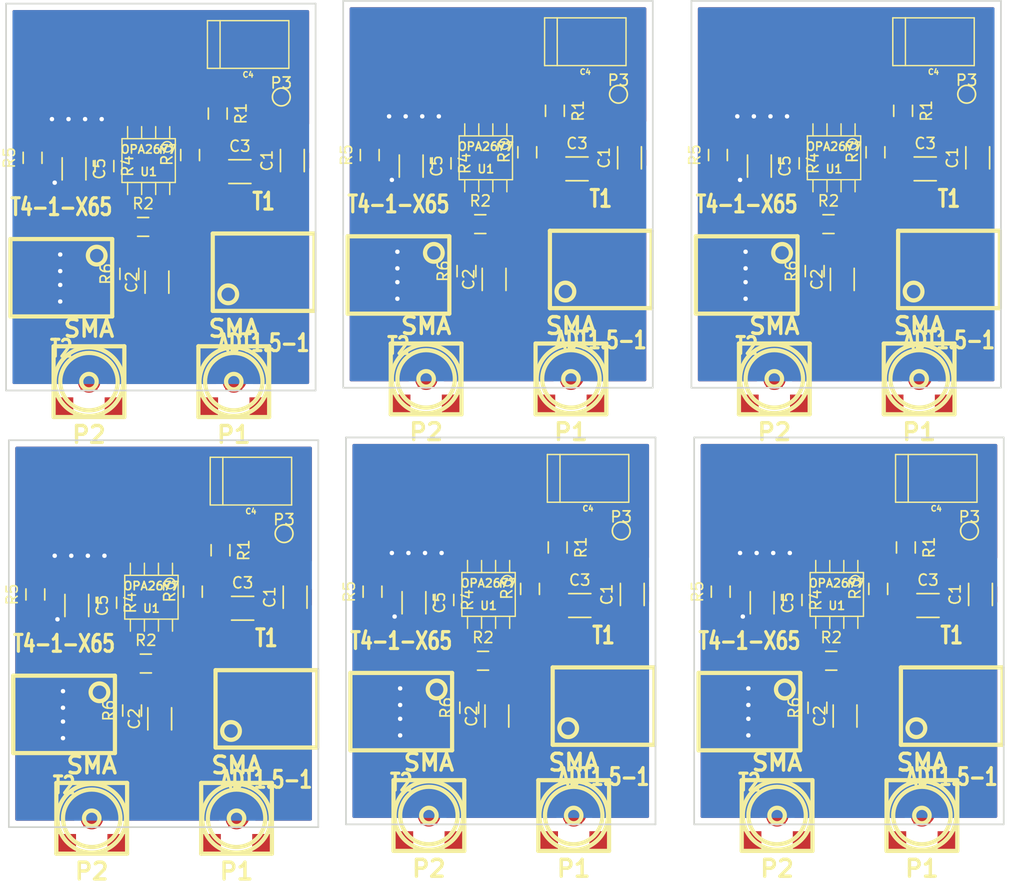
<source format=kicad_pcb>
(kicad_pcb (version 4) (host pcbnew 4.0.0-rc1-stable)
  (layers (0 F.Cu signal) (31 B.Cu signal) (34 B.Paste user) (35 F.Paste user) (36 B.SilkS user) (37 F.SilkS user) (38 B.Mask user) (39 F.Mask user) (44 Edge.Cuts user))
  (net 0 "")
  (net 1 "Net-(C1-Pad1)")
  (net 2 "Net-(C1-Pad2)")
  (net 3 "Net-(C2-Pad1)")
  (net 4 "Net-(C2-Pad2)")
  (net 5 +12V)
  (net 6 GND)
  (net 7 "Net-(C5-Pad1)")
  (net 8 "Net-(P1-Pad1)")
  (net 9 "Net-(P2-Pad1)")
  (net 10 "Net-(R1-Pad1)")
  (net 11 "Net-(R2-Pad1)")
  (net 12 "Net-(R5-Pad1)")
  (net 13 "Net-(R6-Pad1)")
  (module Connect:PINTST (layer F.Cu) (at 160.75 49.75)
    (fp_text reference P3 (at 0 -1.26746) (layer F.SilkS))
    (fp_text value CONN_01X01)
    (pad 1 smd circle (at 0 0) (size 3 3) (layers F.Cu F.Paste F.Mask) (net 5 +12V))
  )
  (module smd_dil:so-8 (layer F.Cu) (at 148.75 55.5 180)
    (fp_text reference U1 (at 0 -1.016 180) (layer F.SilkS) (effects (font (size 0.7493 0.7493) (thickness 0.14986))))
    (fp_text value OPA2677 (at 0 1.016 180) (layer F.SilkS) (effects (font (size 0.7493 0.7493) (thickness 0.14986))))
    (pad 1 smd rect (at -1.905 2.794 180) (size 0.9 1.99898) (layers F.Cu F.Paste F.Mask) (net 2 "Net-(C1-Pad2)"))
    (pad 2 smd rect (at -0.635 2.794 180) (size 0.9 1.99898) (layers F.Cu F.Paste F.Mask) (net 10 "Net-(R1-Pad1)"))
    (pad 3 smd rect (at 0.635 2.794 180) (size 0.9 1.99898) (layers F.Cu F.Paste F.Mask) (net 7 "Net-(C5-Pad1)"))
    (pad 4 smd rect (at 1.905 2.794 180) (size 0.9 1.99898) (layers F.Cu F.Paste F.Mask) (net 6 GND))
    (pad 5 smd rect (at 1.905 -2.794 180) (size 0.9 1.99898) (layers F.Cu F.Paste F.Mask) (net 7 "Net-(C5-Pad1)"))
    (pad 6 smd rect (at 0.635 -2.794 180) (size 0.9 1.99898) (layers F.Cu F.Paste F.Mask) (net 11 "Net-(R2-Pad1)"))
    (pad 7 smd rect (at -0.635 -2.794 180) (size 0.9 1.99898) (layers F.Cu F.Paste F.Mask) (net 4 "Net-(C2-Pad2)"))
    (pad 8 smd rect (at -1.905 -2.794 180) (size 0.9 1.99898) (layers F.Cu F.Paste F.Mask) (net 5 +12V))
  )
  (module smd_dil:mdip_6 (layer F.Cu) (at 140.85 66.1 180)
    (fp_text reference T2 (at 0 -6.4008 180) (layer F.SilkS) (effects (font (size 1.524 1.143) (thickness 0.28702))))
    (fp_text value T4-1-X65 (at 0 6.4008 180) (layer F.SilkS) (effects (font (size 1.524 1.143) (thickness 0.28702))))
    (pad 1 smd rect (at -2.54 4.50596 180) (size 1.8 1.5) (layers F.Cu F.Paste F.Mask) (net 13 "Net-(R6-Pad1)"))
    (pad 2 smd rect (at 0 4.50596 180) (size 1.8 1.5) (layers F.Cu F.Paste F.Mask))
    (pad 3 smd rect (at 2.54 4.50596 180) (size 1.8 1.5) (layers F.Cu F.Paste F.Mask) (net 12 "Net-(R5-Pad1)"))
    (pad 4 smd rect (at 2.54 -4.50596 180) (size 1.8 1.5) (layers F.Cu F.Paste F.Mask) (net 6 GND))
    (pad 5 smd rect (at 0 -4.50596 180) (size 1.8 1.5) (layers F.Cu F.Paste F.Mask) (net 6 GND))
    (pad 6 smd rect (at -2.54 -4.5 180) (size 1.8 1.5) (layers F.Cu F.Paste F.Mask) (net 9 "Net-(P2-Pad1)"))
  )
  (module smd_dil:mdip_6 (layer F.Cu) (at 159.15 65.6)
    (fp_text reference T1 (at 0 -6.4008) (layer F.SilkS) (effects (font (size 1.524 1.143) (thickness 0.28702))))
    (fp_text value ADT1.5-1 (at 0 6.4008) (layer F.SilkS) (effects (font (size 1.524 1.143) (thickness 0.28702))))
    (pad 1 smd rect (at -2.54 4.50596) (size 1.8 1.5) (layers F.Cu F.Paste F.Mask) (net 8 "Net-(P1-Pad1)"))
    (pad 2 smd rect (at 0 4.50596) (size 1.8 1.5) (layers F.Cu F.Paste F.Mask) (net 6 GND))
    (pad 3 smd rect (at 2.54 4.50596) (size 1.8 1.5) (layers F.Cu F.Paste F.Mask) (net 6 GND))
    (pad 4 smd rect (at 2.54 -4.50596) (size 1.8 1.5) (layers F.Cu F.Paste F.Mask) (net 1 "Net-(C1-Pad1)"))
    (pad 5 smd rect (at 0 -4.50596) (size 1.8 1.5) (layers F.Cu F.Paste F.Mask) (net 6 GND))
    (pad 6 smd rect (at -2.54 -4.5) (size 1.8 1.5) (layers F.Cu F.Paste F.Mask) (net 3 "Net-(C2-Pad1)"))
  )
  (module Capacitors_SMD:C_0805_HandSoldering (layer F.Cu) (at 147 65.75 90)
    (fp_text reference R6 (at 0 -2.1 90) (layer F.SilkS))
    (fp_text value 100)
    (pad 1 smd rect (at -1.25 0 90) (size 1.5 1.25) (layers F.Cu F.Paste F.Mask) (net 13 "Net-(R6-Pad1)"))
    (pad 2 smd rect (at 1.25 0 90) (size 1.5 1.25) (layers F.Cu F.Paste F.Mask) (net 11 "Net-(R2-Pad1)"))
  )
  (module Capacitors_SMD:C_0805_HandSoldering (layer F.Cu) (at 138.25 55.25 90)
    (fp_text reference R5 (at 0 -2.1 90) (layer F.SilkS))
    (fp_text value 100)
    (pad 1 smd rect (at -1.25 0 90) (size 1.5 1.25) (layers F.Cu F.Paste F.Mask) (net 12 "Net-(R5-Pad1)"))
    (pad 2 smd rect (at 1.25 0 90) (size 1.5 1.25) (layers F.Cu F.Paste F.Mask) (net 10 "Net-(R1-Pad1)"))
  )
  (module Capacitors_SMD:C_0805_HandSoldering (layer F.Cu) (at 144.75 56 270)
    (fp_text reference R4 (at 0 -2.1 270) (layer F.SilkS))
    (fp_text value 1k)
    (pad 1 smd rect (at -1.25 0 270) (size 1.5 1.25) (layers F.Cu F.Paste F.Mask) (net 7 "Net-(C5-Pad1)"))
    (pad 2 smd rect (at 1.25 0 270) (size 1.5 1.25) (layers F.Cu F.Paste F.Mask) (net 6 GND))
  )
  (module Capacitors_SMD:C_0805_HandSoldering (layer F.Cu) (at 152.5 55 90)
    (fp_text reference R3 (at 0 -2.1 90) (layer F.SilkS))
    (fp_text value 1k)
    (pad 1 smd rect (at -1.25 0 90) (size 1.5 1.25) (layers F.Cu F.Paste F.Mask) (net 5 +12V))
    (pad 2 smd rect (at 1.25 0 90) (size 1.5 1.25) (layers F.Cu F.Paste F.Mask) (net 7 "Net-(C5-Pad1)"))
  )
  (module Capacitors_SMD:C_0805_HandSoldering (layer F.Cu) (at 148.25 61.5)
    (fp_text reference R2 (at 0 -2.1) (layer F.SilkS))
    (fp_text value 422)
    (pad 1 smd rect (at -1.25 0) (size 1.5 1.25) (layers F.Cu F.Paste F.Mask) (net 11 "Net-(R2-Pad1)"))
    (pad 2 smd rect (at 1.25 0) (size 1.5 1.25) (layers F.Cu F.Paste F.Mask) (net 4 "Net-(C2-Pad2)"))
  )
  (module Capacitors_SMD:C_0805_HandSoldering (layer F.Cu) (at 155 51.25 270)
    (fp_text reference R1 (at 0 -2.1 270) (layer F.SilkS))
    (fp_text value 422)
    (pad 1 smd rect (at -1.25 0 270) (size 1.5 1.25) (layers F.Cu F.Paste F.Mask) (net 10 "Net-(R1-Pad1)"))
    (pad 2 smd rect (at 1.25 0 270) (size 1.5 1.25) (layers F.Cu F.Paste F.Mask) (net 2 "Net-(C1-Pad2)"))
  )
  (module conn_rf:sma_smd_73251-135x (layer F.Cu) (at 143.35 75.5)
    (fp_text reference P2 (at 0 4.8) (layer F.SilkS) (effects (font (thickness 0.3048))))
    (fp_text value SMA (at 0 -4.8) (layer F.SilkS) (effects (font (thickness 0.3048))))
    (pad 1 smd rect (at 0 0) (size 1.52 1.52) (layers F.Cu F.Paste F.Mask) (net 9 "Net-(P2-Pad1)"))
    (pad 2 smd rect (at 2.65 -2.25) (size 1.91 1.91) (layers F.Cu F.Paste F.Mask) (net 6 GND))
    (pad 2 smd rect (at -2.375 -2.375) (size 1.91 1.91) (layers F.Cu F.Paste F.Mask) (net 6 GND))
    (pad 2 smd rect (at -2.375 2.375) (size 1.91 1.91) (layers F.Cu F.Paste F.Mask) (net 6 GND))
    (pad 2 smd rect (at 2.375 2.375) (size 1.91 1.91) (layers F.Cu F.Paste F.Mask) (net 6 GND))
  )
  (module conn_rf:sma_smd_73251-135x (layer F.Cu) (at 156.45 75.5)
    (fp_text reference P1 (at 0 4.8) (layer F.SilkS) (effects (font (thickness 0.3048))))
    (fp_text value SMA (at 0 -4.8) (layer F.SilkS) (effects (font (thickness 0.3048))))
    (pad 1 smd rect (at 0 0) (size 1.52 1.52) (layers F.Cu F.Paste F.Mask) (net 8 "Net-(P1-Pad1)"))
    (pad 2 smd rect (at 2.8 -2.5) (size 1.91 1.91) (layers F.Cu F.Paste F.Mask) (net 6 GND))
    (pad 2 smd rect (at -2.375 -2.375) (size 1.91 1.91) (layers F.Cu F.Paste F.Mask) (net 6 GND))
    (pad 2 smd rect (at -2.375 2.375) (size 1.91 1.91) (layers F.Cu F.Paste F.Mask) (net 6 GND))
    (pad 2 smd rect (at 2.375 2.375) (size 1.91 1.91) (layers F.Cu F.Paste F.Mask) (net 6 GND))
  )
  (module Resistors_SMD:R_1206_HandSoldering (layer F.Cu) (at 142 56.25 270)
    (fp_text reference C5 (at 0 -2.3 270) (layer F.SilkS))
    (fp_text value .1uF)
    (pad 1 smd rect (at -2 0 270) (size 2 1.7) (layers F.Cu F.Paste F.Mask) (net 7 "Net-(C5-Pad1)"))
    (pad 2 smd rect (at 2 0 270) (size 2 1.7) (layers F.Cu F.Paste F.Mask) (net 6 GND))
  )
  (module smd_cap:c_tant_D (layer F.Cu) (at 157.75 45 180)
    (fp_text reference C4 (at 0 -2.7305 180) (layer F.SilkS) (effects (font (size 0.50038 0.50038) (thickness 0.11938))))
    (fp_text value 6.8uF hide)
    (pad 2 smd rect (at 2.99974 0 180) (size 2.55016 2.70002) (layers F.Cu F.Paste F.Mask) (net 6 GND))
    (pad 1 smd rect (at -2.99974 0 180) (size 2.55016 3.79984) (layers F.Cu F.Paste F.Mask) (net 5 +12V))
  )
  (module Resistors_SMD:R_1206_HandSoldering (layer F.Cu) (at 157 56.5)
    (fp_text reference C3 (at 0 -2.3) (layer F.SilkS))
    (fp_text value .1uF)
    (pad 1 smd rect (at -2 0) (size 2 1.7) (layers F.Cu F.Paste F.Mask) (net 5 +12V))
    (pad 2 smd rect (at 2 0) (size 2 1.7) (layers F.Cu F.Paste F.Mask) (net 6 GND))
  )
  (module Resistors_SMD:R_1206_HandSoldering (layer F.Cu) (at 149.5 66.5 90)
    (fp_text reference C2 (at 0 -2.3 90) (layer F.SilkS))
    (fp_text value .1uF)
    (pad 1 smd rect (at -2 0 90) (size 2 1.7) (layers F.Cu F.Paste F.Mask) (net 3 "Net-(C2-Pad1)"))
    (pad 2 smd rect (at 2 0 90) (size 2 1.7) (layers F.Cu F.Paste F.Mask) (net 4 "Net-(C2-Pad2)"))
  )
  (module Resistors_SMD:R_1206_HandSoldering (layer F.Cu) (at 161.75 55.5 90)
    (fp_text reference C1 (at 0 -2.3 90) (layer F.SilkS))
    (fp_text value .1uF)
    (pad 1 smd rect (at -2 0 90) (size 2 1.7) (layers F.Cu F.Paste F.Mask) (net 1 "Net-(C1-Pad1)"))
    (pad 2 smd rect (at 2 0 90) (size 2 1.7) (layers F.Cu F.Paste F.Mask) (net 2 "Net-(C1-Pad2)"))
  )
  (module Resistors_SMD:R_1206_HandSoldering (layer F.Cu) (at 193.25 55.5 90)
    (fp_text reference C1 (at 0 -2.3 90) (layer F.SilkS))
    (fp_text value .1uF)
    (pad 1 smd rect (at -2 0 90) (size 2 1.7) (layers F.Cu F.Paste F.Mask) (net 1 "Net-(C1-Pad1)"))
    (pad 2 smd rect (at 2 0 90) (size 2 1.7) (layers F.Cu F.Paste F.Mask) (net 2 "Net-(C1-Pad2)"))
  )
  (module Resistors_SMD:R_1206_HandSoldering (layer F.Cu) (at 181 66.5 90)
    (fp_text reference C2 (at 0 -2.3 90) (layer F.SilkS))
    (fp_text value .1uF)
    (pad 1 smd rect (at -2 0 90) (size 2 1.7) (layers F.Cu F.Paste F.Mask) (net 3 "Net-(C2-Pad1)"))
    (pad 2 smd rect (at 2 0 90) (size 2 1.7) (layers F.Cu F.Paste F.Mask) (net 4 "Net-(C2-Pad2)"))
  )
  (module Resistors_SMD:R_1206_HandSoldering (layer F.Cu) (at 188.5 56.5)
    (fp_text reference C3 (at 0 -2.3) (layer F.SilkS))
    (fp_text value .1uF)
    (pad 1 smd rect (at -2 0) (size 2 1.7) (layers F.Cu F.Paste F.Mask) (net 5 +12V))
    (pad 2 smd rect (at 2 0) (size 2 1.7) (layers F.Cu F.Paste F.Mask) (net 6 GND))
  )
  (module smd_cap:c_tant_D (layer F.Cu) (at 189.25 45 180)
    (fp_text reference C4 (at 0 -2.7305 180) (layer F.SilkS) (effects (font (size 0.50038 0.50038) (thickness 0.11938))))
    (fp_text value 6.8uF hide)
    (pad 2 smd rect (at 2.99974 0 180) (size 2.55016 2.70002) (layers F.Cu F.Paste F.Mask) (net 6 GND))
    (pad 1 smd rect (at -2.99974 0 180) (size 2.55016 3.79984) (layers F.Cu F.Paste F.Mask) (net 5 +12V))
  )
  (module Resistors_SMD:R_1206_HandSoldering (layer F.Cu) (at 173.5 56.25 270)
    (fp_text reference C5 (at 0 -2.3 270) (layer F.SilkS))
    (fp_text value .1uF)
    (pad 1 smd rect (at -2 0 270) (size 2 1.7) (layers F.Cu F.Paste F.Mask) (net 7 "Net-(C5-Pad1)"))
    (pad 2 smd rect (at 2 0 270) (size 2 1.7) (layers F.Cu F.Paste F.Mask) (net 6 GND))
  )
  (module conn_rf:sma_smd_73251-135x (layer F.Cu) (at 187.95 75.5)
    (fp_text reference P1 (at 0 4.8) (layer F.SilkS) (effects (font (thickness 0.3048))))
    (fp_text value SMA (at 0 -4.8) (layer F.SilkS) (effects (font (thickness 0.3048))))
    (pad 1 smd rect (at 0 0) (size 1.52 1.52) (layers F.Cu F.Paste F.Mask) (net 8 "Net-(P1-Pad1)"))
    (pad 2 smd rect (at 2.8 -2.5) (size 1.91 1.91) (layers F.Cu F.Paste F.Mask) (net 6 GND))
    (pad 2 smd rect (at -2.375 -2.375) (size 1.91 1.91) (layers F.Cu F.Paste F.Mask) (net 6 GND))
    (pad 2 smd rect (at -2.375 2.375) (size 1.91 1.91) (layers F.Cu F.Paste F.Mask) (net 6 GND))
    (pad 2 smd rect (at 2.375 2.375) (size 1.91 1.91) (layers F.Cu F.Paste F.Mask) (net 6 GND))
  )
  (module conn_rf:sma_smd_73251-135x (layer F.Cu) (at 174.85 75.5)
    (fp_text reference P2 (at 0 4.8) (layer F.SilkS) (effects (font (thickness 0.3048))))
    (fp_text value SMA (at 0 -4.8) (layer F.SilkS) (effects (font (thickness 0.3048))))
    (pad 1 smd rect (at 0 0) (size 1.52 1.52) (layers F.Cu F.Paste F.Mask) (net 9 "Net-(P2-Pad1)"))
    (pad 2 smd rect (at 2.65 -2.25) (size 1.91 1.91) (layers F.Cu F.Paste F.Mask) (net 6 GND))
    (pad 2 smd rect (at -2.375 -2.375) (size 1.91 1.91) (layers F.Cu F.Paste F.Mask) (net 6 GND))
    (pad 2 smd rect (at -2.375 2.375) (size 1.91 1.91) (layers F.Cu F.Paste F.Mask) (net 6 GND))
    (pad 2 smd rect (at 2.375 2.375) (size 1.91 1.91) (layers F.Cu F.Paste F.Mask) (net 6 GND))
  )
  (module Capacitors_SMD:C_0805_HandSoldering (layer F.Cu) (at 186.5 51.25 270)
    (fp_text reference R1 (at 0 -2.1 270) (layer F.SilkS))
    (fp_text value 422)
    (pad 1 smd rect (at -1.25 0 270) (size 1.5 1.25) (layers F.Cu F.Paste F.Mask) (net 10 "Net-(R1-Pad1)"))
    (pad 2 smd rect (at 1.25 0 270) (size 1.5 1.25) (layers F.Cu F.Paste F.Mask) (net 2 "Net-(C1-Pad2)"))
  )
  (module Capacitors_SMD:C_0805_HandSoldering (layer F.Cu) (at 179.75 61.5)
    (fp_text reference R2 (at 0 -2.1) (layer F.SilkS))
    (fp_text value 422)
    (pad 1 smd rect (at -1.25 0) (size 1.5 1.25) (layers F.Cu F.Paste F.Mask) (net 11 "Net-(R2-Pad1)"))
    (pad 2 smd rect (at 1.25 0) (size 1.5 1.25) (layers F.Cu F.Paste F.Mask) (net 4 "Net-(C2-Pad2)"))
  )
  (module Capacitors_SMD:C_0805_HandSoldering (layer F.Cu) (at 184 55 90)
    (fp_text reference R3 (at 0 -2.1 90) (layer F.SilkS))
    (fp_text value 1k)
    (pad 1 smd rect (at -1.25 0 90) (size 1.5 1.25) (layers F.Cu F.Paste F.Mask) (net 5 +12V))
    (pad 2 smd rect (at 1.25 0 90) (size 1.5 1.25) (layers F.Cu F.Paste F.Mask) (net 7 "Net-(C5-Pad1)"))
  )
  (module Capacitors_SMD:C_0805_HandSoldering (layer F.Cu) (at 176.25 56 270)
    (fp_text reference R4 (at 0 -2.1 270) (layer F.SilkS))
    (fp_text value 1k)
    (pad 1 smd rect (at -1.25 0 270) (size 1.5 1.25) (layers F.Cu F.Paste F.Mask) (net 7 "Net-(C5-Pad1)"))
    (pad 2 smd rect (at 1.25 0 270) (size 1.5 1.25) (layers F.Cu F.Paste F.Mask) (net 6 GND))
  )
  (module Capacitors_SMD:C_0805_HandSoldering (layer F.Cu) (at 169.75 55.25 90)
    (fp_text reference R5 (at 0 -2.1 90) (layer F.SilkS))
    (fp_text value 100)
    (pad 1 smd rect (at -1.25 0 90) (size 1.5 1.25) (layers F.Cu F.Paste F.Mask) (net 12 "Net-(R5-Pad1)"))
    (pad 2 smd rect (at 1.25 0 90) (size 1.5 1.25) (layers F.Cu F.Paste F.Mask) (net 10 "Net-(R1-Pad1)"))
  )
  (module Capacitors_SMD:C_0805_HandSoldering (layer F.Cu) (at 178.5 65.75 90)
    (fp_text reference R6 (at 0 -2.1 90) (layer F.SilkS))
    (fp_text value 100)
    (pad 1 smd rect (at -1.25 0 90) (size 1.5 1.25) (layers F.Cu F.Paste F.Mask) (net 13 "Net-(R6-Pad1)"))
    (pad 2 smd rect (at 1.25 0 90) (size 1.5 1.25) (layers F.Cu F.Paste F.Mask) (net 11 "Net-(R2-Pad1)"))
  )
  (module smd_dil:mdip_6 (layer F.Cu) (at 190.65 65.6)
    (fp_text reference T1 (at 0 -6.4008) (layer F.SilkS) (effects (font (size 1.524 1.143) (thickness 0.28702))))
    (fp_text value ADT1.5-1 (at 0 6.4008) (layer F.SilkS) (effects (font (size 1.524 1.143) (thickness 0.28702))))
    (pad 1 smd rect (at -2.54 4.50596) (size 1.8 1.5) (layers F.Cu F.Paste F.Mask) (net 8 "Net-(P1-Pad1)"))
    (pad 2 smd rect (at 0 4.50596) (size 1.8 1.5) (layers F.Cu F.Paste F.Mask) (net 6 GND))
    (pad 3 smd rect (at 2.54 4.50596) (size 1.8 1.5) (layers F.Cu F.Paste F.Mask) (net 6 GND))
    (pad 4 smd rect (at 2.54 -4.50596) (size 1.8 1.5) (layers F.Cu F.Paste F.Mask) (net 1 "Net-(C1-Pad1)"))
    (pad 5 smd rect (at 0 -4.50596) (size 1.8 1.5) (layers F.Cu F.Paste F.Mask) (net 6 GND))
    (pad 6 smd rect (at -2.54 -4.5) (size 1.8 1.5) (layers F.Cu F.Paste F.Mask) (net 3 "Net-(C2-Pad1)"))
  )
  (module smd_dil:mdip_6 (layer F.Cu) (at 172.35 66.1 180)
    (fp_text reference T2 (at 0 -6.4008 180) (layer F.SilkS) (effects (font (size 1.524 1.143) (thickness 0.28702))))
    (fp_text value T4-1-X65 (at 0 6.4008 180) (layer F.SilkS) (effects (font (size 1.524 1.143) (thickness 0.28702))))
    (pad 1 smd rect (at -2.54 4.50596 180) (size 1.8 1.5) (layers F.Cu F.Paste F.Mask) (net 13 "Net-(R6-Pad1)"))
    (pad 2 smd rect (at 0 4.50596 180) (size 1.8 1.5) (layers F.Cu F.Paste F.Mask))
    (pad 3 smd rect (at 2.54 4.50596 180) (size 1.8 1.5) (layers F.Cu F.Paste F.Mask) (net 12 "Net-(R5-Pad1)"))
    (pad 4 smd rect (at 2.54 -4.50596 180) (size 1.8 1.5) (layers F.Cu F.Paste F.Mask) (net 6 GND))
    (pad 5 smd rect (at 0 -4.50596 180) (size 1.8 1.5) (layers F.Cu F.Paste F.Mask) (net 6 GND))
    (pad 6 smd rect (at -2.54 -4.5 180) (size 1.8 1.5) (layers F.Cu F.Paste F.Mask) (net 9 "Net-(P2-Pad1)"))
  )
  (module smd_dil:so-8 (layer F.Cu) (at 180.25 55.5 180)
    (fp_text reference U1 (at 0 -1.016 180) (layer F.SilkS) (effects (font (size 0.7493 0.7493) (thickness 0.14986))))
    (fp_text value OPA2677 (at 0 1.016 180) (layer F.SilkS) (effects (font (size 0.7493 0.7493) (thickness 0.14986))))
    (pad 1 smd rect (at -1.905 2.794 180) (size 0.9 1.99898) (layers F.Cu F.Paste F.Mask) (net 2 "Net-(C1-Pad2)"))
    (pad 2 smd rect (at -0.635 2.794 180) (size 0.9 1.99898) (layers F.Cu F.Paste F.Mask) (net 10 "Net-(R1-Pad1)"))
    (pad 3 smd rect (at 0.635 2.794 180) (size 0.9 1.99898) (layers F.Cu F.Paste F.Mask) (net 7 "Net-(C5-Pad1)"))
    (pad 4 smd rect (at 1.905 2.794 180) (size 0.9 1.99898) (layers F.Cu F.Paste F.Mask) (net 6 GND))
    (pad 5 smd rect (at 1.905 -2.794 180) (size 0.9 1.99898) (layers F.Cu F.Paste F.Mask) (net 7 "Net-(C5-Pad1)"))
    (pad 6 smd rect (at 0.635 -2.794 180) (size 0.9 1.99898) (layers F.Cu F.Paste F.Mask) (net 11 "Net-(R2-Pad1)"))
    (pad 7 smd rect (at -0.635 -2.794 180) (size 0.9 1.99898) (layers F.Cu F.Paste F.Mask) (net 4 "Net-(C2-Pad2)"))
    (pad 8 smd rect (at -1.905 -2.794 180) (size 0.9 1.99898) (layers F.Cu F.Paste F.Mask) (net 5 +12V))
  )
  (module Connect:PINTST (layer F.Cu) (at 192.25 49.75)
    (fp_text reference P3 (at 0 -1.26746) (layer F.SilkS))
    (fp_text value CONN_01X01)
    (pad 1 smd circle (at 0 0) (size 3 3) (layers F.Cu F.Paste F.Mask) (net 5 +12V))
  )
  (module Resistors_SMD:R_1206_HandSoldering (layer F.Cu) (at 131.25 55.75 90)
    (fp_text reference C1 (at 0 -2.3 90) (layer F.SilkS))
    (fp_text value .1uF)
    (pad 1 smd rect (at -2 0 90) (size 2 1.7) (layers F.Cu F.Paste F.Mask) (net 1 "Net-(C1-Pad1)"))
    (pad 2 smd rect (at 2 0 90) (size 2 1.7) (layers F.Cu F.Paste F.Mask) (net 2 "Net-(C1-Pad2)"))
  )
  (module Resistors_SMD:R_1206_HandSoldering (layer F.Cu) (at 119 66.75 90)
    (fp_text reference C2 (at 0 -2.3 90) (layer F.SilkS))
    (fp_text value .1uF)
    (pad 1 smd rect (at -2 0 90) (size 2 1.7) (layers F.Cu F.Paste F.Mask) (net 3 "Net-(C2-Pad1)"))
    (pad 2 smd rect (at 2 0 90) (size 2 1.7) (layers F.Cu F.Paste F.Mask) (net 4 "Net-(C2-Pad2)"))
  )
  (module Resistors_SMD:R_1206_HandSoldering (layer F.Cu) (at 126.5 56.75)
    (fp_text reference C3 (at 0 -2.3) (layer F.SilkS))
    (fp_text value .1uF)
    (pad 1 smd rect (at -2 0) (size 2 1.7) (layers F.Cu F.Paste F.Mask) (net 5 +12V))
    (pad 2 smd rect (at 2 0) (size 2 1.7) (layers F.Cu F.Paste F.Mask) (net 6 GND))
  )
  (module smd_cap:c_tant_D (layer F.Cu) (at 127.25 45.25 180)
    (fp_text reference C4 (at 0 -2.7305 180) (layer F.SilkS) (effects (font (size 0.50038 0.50038) (thickness 0.11938))))
    (fp_text value 6.8uF hide)
    (pad 2 smd rect (at 2.99974 0 180) (size 2.55016 2.70002) (layers F.Cu F.Paste F.Mask) (net 6 GND))
    (pad 1 smd rect (at -2.99974 0 180) (size 2.55016 3.79984) (layers F.Cu F.Paste F.Mask) (net 5 +12V))
  )
  (module Resistors_SMD:R_1206_HandSoldering (layer F.Cu) (at 111.5 56.5 270)
    (fp_text reference C5 (at 0 -2.3 270) (layer F.SilkS))
    (fp_text value .1uF)
    (pad 1 smd rect (at -2 0 270) (size 2 1.7) (layers F.Cu F.Paste F.Mask) (net 7 "Net-(C5-Pad1)"))
    (pad 2 smd rect (at 2 0 270) (size 2 1.7) (layers F.Cu F.Paste F.Mask) (net 6 GND))
  )
  (module conn_rf:sma_smd_73251-135x (layer F.Cu) (at 125.95 75.75)
    (fp_text reference P1 (at 0 4.8) (layer F.SilkS) (effects (font (thickness 0.3048))))
    (fp_text value SMA (at 0 -4.8) (layer F.SilkS) (effects (font (thickness 0.3048))))
    (pad 1 smd rect (at 0 0) (size 1.52 1.52) (layers F.Cu F.Paste F.Mask) (net 8 "Net-(P1-Pad1)"))
    (pad 2 smd rect (at 2.8 -2.5) (size 1.91 1.91) (layers F.Cu F.Paste F.Mask) (net 6 GND))
    (pad 2 smd rect (at -2.375 -2.375) (size 1.91 1.91) (layers F.Cu F.Paste F.Mask) (net 6 GND))
    (pad 2 smd rect (at -2.375 2.375) (size 1.91 1.91) (layers F.Cu F.Paste F.Mask) (net 6 GND))
    (pad 2 smd rect (at 2.375 2.375) (size 1.91 1.91) (layers F.Cu F.Paste F.Mask) (net 6 GND))
  )
  (module conn_rf:sma_smd_73251-135x (layer F.Cu) (at 112.85 75.75)
    (fp_text reference P2 (at 0 4.8) (layer F.SilkS) (effects (font (thickness 0.3048))))
    (fp_text value SMA (at 0 -4.8) (layer F.SilkS) (effects (font (thickness 0.3048))))
    (pad 1 smd rect (at 0 0) (size 1.52 1.52) (layers F.Cu F.Paste F.Mask) (net 9 "Net-(P2-Pad1)"))
    (pad 2 smd rect (at 2.65 -2.25) (size 1.91 1.91) (layers F.Cu F.Paste F.Mask) (net 6 GND))
    (pad 2 smd rect (at -2.375 -2.375) (size 1.91 1.91) (layers F.Cu F.Paste F.Mask) (net 6 GND))
    (pad 2 smd rect (at -2.375 2.375) (size 1.91 1.91) (layers F.Cu F.Paste F.Mask) (net 6 GND))
    (pad 2 smd rect (at 2.375 2.375) (size 1.91 1.91) (layers F.Cu F.Paste F.Mask) (net 6 GND))
  )
  (module Capacitors_SMD:C_0805_HandSoldering (layer F.Cu) (at 124.5 51.5 270)
    (fp_text reference R1 (at 0 -2.1 270) (layer F.SilkS))
    (fp_text value 422)
    (pad 1 smd rect (at -1.25 0 270) (size 1.5 1.25) (layers F.Cu F.Paste F.Mask) (net 10 "Net-(R1-Pad1)"))
    (pad 2 smd rect (at 1.25 0 270) (size 1.5 1.25) (layers F.Cu F.Paste F.Mask) (net 2 "Net-(C1-Pad2)"))
  )
  (module Capacitors_SMD:C_0805_HandSoldering (layer F.Cu) (at 117.75 61.75)
    (fp_text reference R2 (at 0 -2.1) (layer F.SilkS))
    (fp_text value 422)
    (pad 1 smd rect (at -1.25 0) (size 1.5 1.25) (layers F.Cu F.Paste F.Mask) (net 11 "Net-(R2-Pad1)"))
    (pad 2 smd rect (at 1.25 0) (size 1.5 1.25) (layers F.Cu F.Paste F.Mask) (net 4 "Net-(C2-Pad2)"))
  )
  (module Capacitors_SMD:C_0805_HandSoldering (layer F.Cu) (at 122 55.25 90)
    (fp_text reference R3 (at 0 -2.1 90) (layer F.SilkS))
    (fp_text value 1k)
    (pad 1 smd rect (at -1.25 0 90) (size 1.5 1.25) (layers F.Cu F.Paste F.Mask) (net 5 +12V))
    (pad 2 smd rect (at 1.25 0 90) (size 1.5 1.25) (layers F.Cu F.Paste F.Mask) (net 7 "Net-(C5-Pad1)"))
  )
  (module Capacitors_SMD:C_0805_HandSoldering (layer F.Cu) (at 114.25 56.25 270)
    (fp_text reference R4 (at 0 -2.1 270) (layer F.SilkS))
    (fp_text value 1k)
    (pad 1 smd rect (at -1.25 0 270) (size 1.5 1.25) (layers F.Cu F.Paste F.Mask) (net 7 "Net-(C5-Pad1)"))
    (pad 2 smd rect (at 1.25 0 270) (size 1.5 1.25) (layers F.Cu F.Paste F.Mask) (net 6 GND))
  )
  (module Capacitors_SMD:C_0805_HandSoldering (layer F.Cu) (at 107.75 55.5 90)
    (fp_text reference R5 (at 0 -2.1 90) (layer F.SilkS))
    (fp_text value 100)
    (pad 1 smd rect (at -1.25 0 90) (size 1.5 1.25) (layers F.Cu F.Paste F.Mask) (net 12 "Net-(R5-Pad1)"))
    (pad 2 smd rect (at 1.25 0 90) (size 1.5 1.25) (layers F.Cu F.Paste F.Mask) (net 10 "Net-(R1-Pad1)"))
  )
  (module Capacitors_SMD:C_0805_HandSoldering (layer F.Cu) (at 116.5 66 90)
    (fp_text reference R6 (at 0 -2.1 90) (layer F.SilkS))
    (fp_text value 100)
    (pad 1 smd rect (at -1.25 0 90) (size 1.5 1.25) (layers F.Cu F.Paste F.Mask) (net 13 "Net-(R6-Pad1)"))
    (pad 2 smd rect (at 1.25 0 90) (size 1.5 1.25) (layers F.Cu F.Paste F.Mask) (net 11 "Net-(R2-Pad1)"))
  )
  (module smd_dil:mdip_6 (layer F.Cu) (at 128.65 65.85)
    (fp_text reference T1 (at 0 -6.4008) (layer F.SilkS) (effects (font (size 1.524 1.143) (thickness 0.28702))))
    (fp_text value ADT1.5-1 (at 0 6.4008) (layer F.SilkS) (effects (font (size 1.524 1.143) (thickness 0.28702))))
    (pad 1 smd rect (at -2.54 4.50596) (size 1.8 1.5) (layers F.Cu F.Paste F.Mask) (net 8 "Net-(P1-Pad1)"))
    (pad 2 smd rect (at 0 4.50596) (size 1.8 1.5) (layers F.Cu F.Paste F.Mask) (net 6 GND))
    (pad 3 smd rect (at 2.54 4.50596) (size 1.8 1.5) (layers F.Cu F.Paste F.Mask) (net 6 GND))
    (pad 4 smd rect (at 2.54 -4.50596) (size 1.8 1.5) (layers F.Cu F.Paste F.Mask) (net 1 "Net-(C1-Pad1)"))
    (pad 5 smd rect (at 0 -4.50596) (size 1.8 1.5) (layers F.Cu F.Paste F.Mask) (net 6 GND))
    (pad 6 smd rect (at -2.54 -4.5) (size 1.8 1.5) (layers F.Cu F.Paste F.Mask) (net 3 "Net-(C2-Pad1)"))
  )
  (module smd_dil:mdip_6 (layer F.Cu) (at 110.35 66.35 180)
    (fp_text reference T2 (at 0 -6.4008 180) (layer F.SilkS) (effects (font (size 1.524 1.143) (thickness 0.28702))))
    (fp_text value T4-1-X65 (at 0 6.4008 180) (layer F.SilkS) (effects (font (size 1.524 1.143) (thickness 0.28702))))
    (pad 1 smd rect (at -2.54 4.50596 180) (size 1.8 1.5) (layers F.Cu F.Paste F.Mask) (net 13 "Net-(R6-Pad1)"))
    (pad 2 smd rect (at 0 4.50596 180) (size 1.8 1.5) (layers F.Cu F.Paste F.Mask))
    (pad 3 smd rect (at 2.54 4.50596 180) (size 1.8 1.5) (layers F.Cu F.Paste F.Mask) (net 12 "Net-(R5-Pad1)"))
    (pad 4 smd rect (at 2.54 -4.50596 180) (size 1.8 1.5) (layers F.Cu F.Paste F.Mask) (net 6 GND))
    (pad 5 smd rect (at 0 -4.50596 180) (size 1.8 1.5) (layers F.Cu F.Paste F.Mask) (net 6 GND))
    (pad 6 smd rect (at -2.54 -4.5 180) (size 1.8 1.5) (layers F.Cu F.Paste F.Mask) (net 9 "Net-(P2-Pad1)"))
  )
  (module smd_dil:so-8 (layer F.Cu) (at 118.25 55.75 180)
    (fp_text reference U1 (at 0 -1.016 180) (layer F.SilkS) (effects (font (size 0.7493 0.7493) (thickness 0.14986))))
    (fp_text value OPA2677 (at 0 1.016 180) (layer F.SilkS) (effects (font (size 0.7493 0.7493) (thickness 0.14986))))
    (pad 1 smd rect (at -1.905 2.794 180) (size 0.9 1.99898) (layers F.Cu F.Paste F.Mask) (net 2 "Net-(C1-Pad2)"))
    (pad 2 smd rect (at -0.635 2.794 180) (size 0.9 1.99898) (layers F.Cu F.Paste F.Mask) (net 10 "Net-(R1-Pad1)"))
    (pad 3 smd rect (at 0.635 2.794 180) (size 0.9 1.99898) (layers F.Cu F.Paste F.Mask) (net 7 "Net-(C5-Pad1)"))
    (pad 4 smd rect (at 1.905 2.794 180) (size 0.9 1.99898) (layers F.Cu F.Paste F.Mask) (net 6 GND))
    (pad 5 smd rect (at 1.905 -2.794 180) (size 0.9 1.99898) (layers F.Cu F.Paste F.Mask) (net 7 "Net-(C5-Pad1)"))
    (pad 6 smd rect (at 0.635 -2.794 180) (size 0.9 1.99898) (layers F.Cu F.Paste F.Mask) (net 11 "Net-(R2-Pad1)"))
    (pad 7 smd rect (at -0.635 -2.794 180) (size 0.9 1.99898) (layers F.Cu F.Paste F.Mask) (net 4 "Net-(C2-Pad2)"))
    (pad 8 smd rect (at -1.905 -2.794 180) (size 0.9 1.99898) (layers F.Cu F.Paste F.Mask) (net 5 +12V))
  )
  (module Connect:PINTST (layer F.Cu) (at 130.25 50)
    (fp_text reference P3 (at 0 -1.26746) (layer F.SilkS))
    (fp_text value CONN_01X01)
    (pad 1 smd circle (at 0 0) (size 3 3) (layers F.Cu F.Paste F.Mask) (net 5 +12V))
  )
  (module Connect:PINTST (layer F.Cu) (at 130.5 89.5)
    (fp_text reference P3 (at 0 -1.26746) (layer F.SilkS))
    (fp_text value CONN_01X01)
    (pad 1 smd circle (at 0 0) (size 3 3) (layers F.Cu F.Paste F.Mask) (net 5 +12V))
  )
  (module smd_dil:so-8 (layer F.Cu) (at 118.5 95.25 180)
    (fp_text reference U1 (at 0 -1.016 180) (layer F.SilkS) (effects (font (size 0.7493 0.7493) (thickness 0.14986))))
    (fp_text value OPA2677 (at 0 1.016 180) (layer F.SilkS) (effects (font (size 0.7493 0.7493) (thickness 0.14986))))
    (pad 1 smd rect (at -1.905 2.794 180) (size 0.9 1.99898) (layers F.Cu F.Paste F.Mask) (net 2 "Net-(C1-Pad2)"))
    (pad 2 smd rect (at -0.635 2.794 180) (size 0.9 1.99898) (layers F.Cu F.Paste F.Mask) (net 10 "Net-(R1-Pad1)"))
    (pad 3 smd rect (at 0.635 2.794 180) (size 0.9 1.99898) (layers F.Cu F.Paste F.Mask) (net 7 "Net-(C5-Pad1)"))
    (pad 4 smd rect (at 1.905 2.794 180) (size 0.9 1.99898) (layers F.Cu F.Paste F.Mask) (net 6 GND))
    (pad 5 smd rect (at 1.905 -2.794 180) (size 0.9 1.99898) (layers F.Cu F.Paste F.Mask) (net 7 "Net-(C5-Pad1)"))
    (pad 6 smd rect (at 0.635 -2.794 180) (size 0.9 1.99898) (layers F.Cu F.Paste F.Mask) (net 11 "Net-(R2-Pad1)"))
    (pad 7 smd rect (at -0.635 -2.794 180) (size 0.9 1.99898) (layers F.Cu F.Paste F.Mask) (net 4 "Net-(C2-Pad2)"))
    (pad 8 smd rect (at -1.905 -2.794 180) (size 0.9 1.99898) (layers F.Cu F.Paste F.Mask) (net 5 +12V))
  )
  (module smd_dil:mdip_6 (layer F.Cu) (at 110.6 105.85 180)
    (fp_text reference T2 (at 0 -6.4008 180) (layer F.SilkS) (effects (font (size 1.524 1.143) (thickness 0.28702))))
    (fp_text value T4-1-X65 (at 0 6.4008 180) (layer F.SilkS) (effects (font (size 1.524 1.143) (thickness 0.28702))))
    (pad 1 smd rect (at -2.54 4.50596 180) (size 1.8 1.5) (layers F.Cu F.Paste F.Mask) (net 13 "Net-(R6-Pad1)"))
    (pad 2 smd rect (at 0 4.50596 180) (size 1.8 1.5) (layers F.Cu F.Paste F.Mask))
    (pad 3 smd rect (at 2.54 4.50596 180) (size 1.8 1.5) (layers F.Cu F.Paste F.Mask) (net 12 "Net-(R5-Pad1)"))
    (pad 4 smd rect (at 2.54 -4.50596 180) (size 1.8 1.5) (layers F.Cu F.Paste F.Mask) (net 6 GND))
    (pad 5 smd rect (at 0 -4.50596 180) (size 1.8 1.5) (layers F.Cu F.Paste F.Mask) (net 6 GND))
    (pad 6 smd rect (at -2.54 -4.5 180) (size 1.8 1.5) (layers F.Cu F.Paste F.Mask) (net 9 "Net-(P2-Pad1)"))
  )
  (module smd_dil:mdip_6 (layer F.Cu) (at 128.9 105.35)
    (fp_text reference T1 (at 0 -6.4008) (layer F.SilkS) (effects (font (size 1.524 1.143) (thickness 0.28702))))
    (fp_text value ADT1.5-1 (at 0 6.4008) (layer F.SilkS) (effects (font (size 1.524 1.143) (thickness 0.28702))))
    (pad 1 smd rect (at -2.54 4.50596) (size 1.8 1.5) (layers F.Cu F.Paste F.Mask) (net 8 "Net-(P1-Pad1)"))
    (pad 2 smd rect (at 0 4.50596) (size 1.8 1.5) (layers F.Cu F.Paste F.Mask) (net 6 GND))
    (pad 3 smd rect (at 2.54 4.50596) (size 1.8 1.5) (layers F.Cu F.Paste F.Mask) (net 6 GND))
    (pad 4 smd rect (at 2.54 -4.50596) (size 1.8 1.5) (layers F.Cu F.Paste F.Mask) (net 1 "Net-(C1-Pad1)"))
    (pad 5 smd rect (at 0 -4.50596) (size 1.8 1.5) (layers F.Cu F.Paste F.Mask) (net 6 GND))
    (pad 6 smd rect (at -2.54 -4.5) (size 1.8 1.5) (layers F.Cu F.Paste F.Mask) (net 3 "Net-(C2-Pad1)"))
  )
  (module Capacitors_SMD:C_0805_HandSoldering (layer F.Cu) (at 116.75 105.5 90)
    (fp_text reference R6 (at 0 -2.1 90) (layer F.SilkS))
    (fp_text value 100)
    (pad 1 smd rect (at -1.25 0 90) (size 1.5 1.25) (layers F.Cu F.Paste F.Mask) (net 13 "Net-(R6-Pad1)"))
    (pad 2 smd rect (at 1.25 0 90) (size 1.5 1.25) (layers F.Cu F.Paste F.Mask) (net 11 "Net-(R2-Pad1)"))
  )
  (module Capacitors_SMD:C_0805_HandSoldering (layer F.Cu) (at 108 95 90)
    (fp_text reference R5 (at 0 -2.1 90) (layer F.SilkS))
    (fp_text value 100)
    (pad 1 smd rect (at -1.25 0 90) (size 1.5 1.25) (layers F.Cu F.Paste F.Mask) (net 12 "Net-(R5-Pad1)"))
    (pad 2 smd rect (at 1.25 0 90) (size 1.5 1.25) (layers F.Cu F.Paste F.Mask) (net 10 "Net-(R1-Pad1)"))
  )
  (module Capacitors_SMD:C_0805_HandSoldering (layer F.Cu) (at 114.5 95.75 270)
    (fp_text reference R4 (at 0 -2.1 270) (layer F.SilkS))
    (fp_text value 1k)
    (pad 1 smd rect (at -1.25 0 270) (size 1.5 1.25) (layers F.Cu F.Paste F.Mask) (net 7 "Net-(C5-Pad1)"))
    (pad 2 smd rect (at 1.25 0 270) (size 1.5 1.25) (layers F.Cu F.Paste F.Mask) (net 6 GND))
  )
  (module Capacitors_SMD:C_0805_HandSoldering (layer F.Cu) (at 122.25 94.75 90)
    (fp_text reference R3 (at 0 -2.1 90) (layer F.SilkS))
    (fp_text value 1k)
    (pad 1 smd rect (at -1.25 0 90) (size 1.5 1.25) (layers F.Cu F.Paste F.Mask) (net 5 +12V))
    (pad 2 smd rect (at 1.25 0 90) (size 1.5 1.25) (layers F.Cu F.Paste F.Mask) (net 7 "Net-(C5-Pad1)"))
  )
  (module Capacitors_SMD:C_0805_HandSoldering (layer F.Cu) (at 118 101.25)
    (fp_text reference R2 (at 0 -2.1) (layer F.SilkS))
    (fp_text value 422)
    (pad 1 smd rect (at -1.25 0) (size 1.5 1.25) (layers F.Cu F.Paste F.Mask) (net 11 "Net-(R2-Pad1)"))
    (pad 2 smd rect (at 1.25 0) (size 1.5 1.25) (layers F.Cu F.Paste F.Mask) (net 4 "Net-(C2-Pad2)"))
  )
  (module Capacitors_SMD:C_0805_HandSoldering (layer F.Cu) (at 124.75 91 270)
    (fp_text reference R1 (at 0 -2.1 270) (layer F.SilkS))
    (fp_text value 422)
    (pad 1 smd rect (at -1.25 0 270) (size 1.5 1.25) (layers F.Cu F.Paste F.Mask) (net 10 "Net-(R1-Pad1)"))
    (pad 2 smd rect (at 1.25 0 270) (size 1.5 1.25) (layers F.Cu F.Paste F.Mask) (net 2 "Net-(C1-Pad2)"))
  )
  (module conn_rf:sma_smd_73251-135x (layer F.Cu) (at 113.1 115.25)
    (fp_text reference P2 (at 0 4.8) (layer F.SilkS) (effects (font (thickness 0.3048))))
    (fp_text value SMA (at 0 -4.8) (layer F.SilkS) (effects (font (thickness 0.3048))))
    (pad 1 smd rect (at 0 0) (size 1.52 1.52) (layers F.Cu F.Paste F.Mask) (net 9 "Net-(P2-Pad1)"))
    (pad 2 smd rect (at 2.65 -2.25) (size 1.91 1.91) (layers F.Cu F.Paste F.Mask) (net 6 GND))
    (pad 2 smd rect (at -2.375 -2.375) (size 1.91 1.91) (layers F.Cu F.Paste F.Mask) (net 6 GND))
    (pad 2 smd rect (at -2.375 2.375) (size 1.91 1.91) (layers F.Cu F.Paste F.Mask) (net 6 GND))
    (pad 2 smd rect (at 2.375 2.375) (size 1.91 1.91) (layers F.Cu F.Paste F.Mask) (net 6 GND))
  )
  (module conn_rf:sma_smd_73251-135x (layer F.Cu) (at 126.2 115.25)
    (fp_text reference P1 (at 0 4.8) (layer F.SilkS) (effects (font (thickness 0.3048))))
    (fp_text value SMA (at 0 -4.8) (layer F.SilkS) (effects (font (thickness 0.3048))))
    (pad 1 smd rect (at 0 0) (size 1.52 1.52) (layers F.Cu F.Paste F.Mask) (net 8 "Net-(P1-Pad1)"))
    (pad 2 smd rect (at 2.8 -2.5) (size 1.91 1.91) (layers F.Cu F.Paste F.Mask) (net 6 GND))
    (pad 2 smd rect (at -2.375 -2.375) (size 1.91 1.91) (layers F.Cu F.Paste F.Mask) (net 6 GND))
    (pad 2 smd rect (at -2.375 2.375) (size 1.91 1.91) (layers F.Cu F.Paste F.Mask) (net 6 GND))
    (pad 2 smd rect (at 2.375 2.375) (size 1.91 1.91) (layers F.Cu F.Paste F.Mask) (net 6 GND))
  )
  (module Resistors_SMD:R_1206_HandSoldering (layer F.Cu) (at 111.75 96 270)
    (fp_text reference C5 (at 0 -2.3 270) (layer F.SilkS))
    (fp_text value .1uF)
    (pad 1 smd rect (at -2 0 270) (size 2 1.7) (layers F.Cu F.Paste F.Mask) (net 7 "Net-(C5-Pad1)"))
    (pad 2 smd rect (at 2 0 270) (size 2 1.7) (layers F.Cu F.Paste F.Mask) (net 6 GND))
  )
  (module smd_cap:c_tant_D (layer F.Cu) (at 127.5 84.75 180)
    (fp_text reference C4 (at 0 -2.7305 180) (layer F.SilkS) (effects (font (size 0.50038 0.50038) (thickness 0.11938))))
    (fp_text value 6.8uF hide)
    (pad 2 smd rect (at 2.99974 0 180) (size 2.55016 2.70002) (layers F.Cu F.Paste F.Mask) (net 6 GND))
    (pad 1 smd rect (at -2.99974 0 180) (size 2.55016 3.79984) (layers F.Cu F.Paste F.Mask) (net 5 +12V))
  )
  (module Resistors_SMD:R_1206_HandSoldering (layer F.Cu) (at 126.75 96.25)
    (fp_text reference C3 (at 0 -2.3) (layer F.SilkS))
    (fp_text value .1uF)
    (pad 1 smd rect (at -2 0) (size 2 1.7) (layers F.Cu F.Paste F.Mask) (net 5 +12V))
    (pad 2 smd rect (at 2 0) (size 2 1.7) (layers F.Cu F.Paste F.Mask) (net 6 GND))
  )
  (module Resistors_SMD:R_1206_HandSoldering (layer F.Cu) (at 119.25 106.25 90)
    (fp_text reference C2 (at 0 -2.3 90) (layer F.SilkS))
    (fp_text value .1uF)
    (pad 1 smd rect (at -2 0 90) (size 2 1.7) (layers F.Cu F.Paste F.Mask) (net 3 "Net-(C2-Pad1)"))
    (pad 2 smd rect (at 2 0 90) (size 2 1.7) (layers F.Cu F.Paste F.Mask) (net 4 "Net-(C2-Pad2)"))
  )
  (module Resistors_SMD:R_1206_HandSoldering (layer F.Cu) (at 131.5 95.25 90)
    (fp_text reference C1 (at 0 -2.3 90) (layer F.SilkS))
    (fp_text value .1uF)
    (pad 1 smd rect (at -2 0 90) (size 2 1.7) (layers F.Cu F.Paste F.Mask) (net 1 "Net-(C1-Pad1)"))
    (pad 2 smd rect (at 2 0 90) (size 2 1.7) (layers F.Cu F.Paste F.Mask) (net 2 "Net-(C1-Pad2)"))
  )
  (module Connect:PINTST (layer F.Cu) (at 192.5 89.25)
    (fp_text reference P3 (at 0 -1.26746) (layer F.SilkS))
    (fp_text value CONN_01X01)
    (pad 1 smd circle (at 0 0) (size 3 3) (layers F.Cu F.Paste F.Mask) (net 5 +12V))
  )
  (module smd_dil:so-8 (layer F.Cu) (at 180.5 95 180)
    (fp_text reference U1 (at 0 -1.016 180) (layer F.SilkS) (effects (font (size 0.7493 0.7493) (thickness 0.14986))))
    (fp_text value OPA2677 (at 0 1.016 180) (layer F.SilkS) (effects (font (size 0.7493 0.7493) (thickness 0.14986))))
    (pad 1 smd rect (at -1.905 2.794 180) (size 0.9 1.99898) (layers F.Cu F.Paste F.Mask) (net 2 "Net-(C1-Pad2)"))
    (pad 2 smd rect (at -0.635 2.794 180) (size 0.9 1.99898) (layers F.Cu F.Paste F.Mask) (net 10 "Net-(R1-Pad1)"))
    (pad 3 smd rect (at 0.635 2.794 180) (size 0.9 1.99898) (layers F.Cu F.Paste F.Mask) (net 7 "Net-(C5-Pad1)"))
    (pad 4 smd rect (at 1.905 2.794 180) (size 0.9 1.99898) (layers F.Cu F.Paste F.Mask) (net 6 GND))
    (pad 5 smd rect (at 1.905 -2.794 180) (size 0.9 1.99898) (layers F.Cu F.Paste F.Mask) (net 7 "Net-(C5-Pad1)"))
    (pad 6 smd rect (at 0.635 -2.794 180) (size 0.9 1.99898) (layers F.Cu F.Paste F.Mask) (net 11 "Net-(R2-Pad1)"))
    (pad 7 smd rect (at -0.635 -2.794 180) (size 0.9 1.99898) (layers F.Cu F.Paste F.Mask) (net 4 "Net-(C2-Pad2)"))
    (pad 8 smd rect (at -1.905 -2.794 180) (size 0.9 1.99898) (layers F.Cu F.Paste F.Mask) (net 5 +12V))
  )
  (module smd_dil:mdip_6 (layer F.Cu) (at 172.6 105.6 180)
    (fp_text reference T2 (at 0 -6.4008 180) (layer F.SilkS) (effects (font (size 1.524 1.143) (thickness 0.28702))))
    (fp_text value T4-1-X65 (at 0 6.4008 180) (layer F.SilkS) (effects (font (size 1.524 1.143) (thickness 0.28702))))
    (pad 1 smd rect (at -2.54 4.50596 180) (size 1.8 1.5) (layers F.Cu F.Paste F.Mask) (net 13 "Net-(R6-Pad1)"))
    (pad 2 smd rect (at 0 4.50596 180) (size 1.8 1.5) (layers F.Cu F.Paste F.Mask))
    (pad 3 smd rect (at 2.54 4.50596 180) (size 1.8 1.5) (layers F.Cu F.Paste F.Mask) (net 12 "Net-(R5-Pad1)"))
    (pad 4 smd rect (at 2.54 -4.50596 180) (size 1.8 1.5) (layers F.Cu F.Paste F.Mask) (net 6 GND))
    (pad 5 smd rect (at 0 -4.50596 180) (size 1.8 1.5) (layers F.Cu F.Paste F.Mask) (net 6 GND))
    (pad 6 smd rect (at -2.54 -4.5 180) (size 1.8 1.5) (layers F.Cu F.Paste F.Mask) (net 9 "Net-(P2-Pad1)"))
  )
  (module smd_dil:mdip_6 (layer F.Cu) (at 190.9 105.1)
    (fp_text reference T1 (at 0 -6.4008) (layer F.SilkS) (effects (font (size 1.524 1.143) (thickness 0.28702))))
    (fp_text value ADT1.5-1 (at 0 6.4008) (layer F.SilkS) (effects (font (size 1.524 1.143) (thickness 0.28702))))
    (pad 1 smd rect (at -2.54 4.50596) (size 1.8 1.5) (layers F.Cu F.Paste F.Mask) (net 8 "Net-(P1-Pad1)"))
    (pad 2 smd rect (at 0 4.50596) (size 1.8 1.5) (layers F.Cu F.Paste F.Mask) (net 6 GND))
    (pad 3 smd rect (at 2.54 4.50596) (size 1.8 1.5) (layers F.Cu F.Paste F.Mask) (net 6 GND))
    (pad 4 smd rect (at 2.54 -4.50596) (size 1.8 1.5) (layers F.Cu F.Paste F.Mask) (net 1 "Net-(C1-Pad1)"))
    (pad 5 smd rect (at 0 -4.50596) (size 1.8 1.5) (layers F.Cu F.Paste F.Mask) (net 6 GND))
    (pad 6 smd rect (at -2.54 -4.5) (size 1.8 1.5) (layers F.Cu F.Paste F.Mask) (net 3 "Net-(C2-Pad1)"))
  )
  (module Capacitors_SMD:C_0805_HandSoldering (layer F.Cu) (at 178.75 105.25 90)
    (fp_text reference R6 (at 0 -2.1 90) (layer F.SilkS))
    (fp_text value 100)
    (pad 1 smd rect (at -1.25 0 90) (size 1.5 1.25) (layers F.Cu F.Paste F.Mask) (net 13 "Net-(R6-Pad1)"))
    (pad 2 smd rect (at 1.25 0 90) (size 1.5 1.25) (layers F.Cu F.Paste F.Mask) (net 11 "Net-(R2-Pad1)"))
  )
  (module Capacitors_SMD:C_0805_HandSoldering (layer F.Cu) (at 170 94.75 90)
    (fp_text reference R5 (at 0 -2.1 90) (layer F.SilkS))
    (fp_text value 100)
    (pad 1 smd rect (at -1.25 0 90) (size 1.5 1.25) (layers F.Cu F.Paste F.Mask) (net 12 "Net-(R5-Pad1)"))
    (pad 2 smd rect (at 1.25 0 90) (size 1.5 1.25) (layers F.Cu F.Paste F.Mask) (net 10 "Net-(R1-Pad1)"))
  )
  (module Capacitors_SMD:C_0805_HandSoldering (layer F.Cu) (at 176.5 95.5 270)
    (fp_text reference R4 (at 0 -2.1 270) (layer F.SilkS))
    (fp_text value 1k)
    (pad 1 smd rect (at -1.25 0 270) (size 1.5 1.25) (layers F.Cu F.Paste F.Mask) (net 7 "Net-(C5-Pad1)"))
    (pad 2 smd rect (at 1.25 0 270) (size 1.5 1.25) (layers F.Cu F.Paste F.Mask) (net 6 GND))
  )
  (module Capacitors_SMD:C_0805_HandSoldering (layer F.Cu) (at 184.25 94.5 90)
    (fp_text reference R3 (at 0 -2.1 90) (layer F.SilkS))
    (fp_text value 1k)
    (pad 1 smd rect (at -1.25 0 90) (size 1.5 1.25) (layers F.Cu F.Paste F.Mask) (net 5 +12V))
    (pad 2 smd rect (at 1.25 0 90) (size 1.5 1.25) (layers F.Cu F.Paste F.Mask) (net 7 "Net-(C5-Pad1)"))
  )
  (module Capacitors_SMD:C_0805_HandSoldering (layer F.Cu) (at 180 101)
    (fp_text reference R2 (at 0 -2.1) (layer F.SilkS))
    (fp_text value 422)
    (pad 1 smd rect (at -1.25 0) (size 1.5 1.25) (layers F.Cu F.Paste F.Mask) (net 11 "Net-(R2-Pad1)"))
    (pad 2 smd rect (at 1.25 0) (size 1.5 1.25) (layers F.Cu F.Paste F.Mask) (net 4 "Net-(C2-Pad2)"))
  )
  (module Capacitors_SMD:C_0805_HandSoldering (layer F.Cu) (at 186.75 90.75 270)
    (fp_text reference R1 (at 0 -2.1 270) (layer F.SilkS))
    (fp_text value 422)
    (pad 1 smd rect (at -1.25 0 270) (size 1.5 1.25) (layers F.Cu F.Paste F.Mask) (net 10 "Net-(R1-Pad1)"))
    (pad 2 smd rect (at 1.25 0 270) (size 1.5 1.25) (layers F.Cu F.Paste F.Mask) (net 2 "Net-(C1-Pad2)"))
  )
  (module conn_rf:sma_smd_73251-135x (layer F.Cu) (at 175.1 115)
    (fp_text reference P2 (at 0 4.8) (layer F.SilkS) (effects (font (thickness 0.3048))))
    (fp_text value SMA (at 0 -4.8) (layer F.SilkS) (effects (font (thickness 0.3048))))
    (pad 1 smd rect (at 0 0) (size 1.52 1.52) (layers F.Cu F.Paste F.Mask) (net 9 "Net-(P2-Pad1)"))
    (pad 2 smd rect (at 2.65 -2.25) (size 1.91 1.91) (layers F.Cu F.Paste F.Mask) (net 6 GND))
    (pad 2 smd rect (at -2.375 -2.375) (size 1.91 1.91) (layers F.Cu F.Paste F.Mask) (net 6 GND))
    (pad 2 smd rect (at -2.375 2.375) (size 1.91 1.91) (layers F.Cu F.Paste F.Mask) (net 6 GND))
    (pad 2 smd rect (at 2.375 2.375) (size 1.91 1.91) (layers F.Cu F.Paste F.Mask) (net 6 GND))
  )
  (module conn_rf:sma_smd_73251-135x (layer F.Cu) (at 188.2 115)
    (fp_text reference P1 (at 0 4.8) (layer F.SilkS) (effects (font (thickness 0.3048))))
    (fp_text value SMA (at 0 -4.8) (layer F.SilkS) (effects (font (thickness 0.3048))))
    (pad 1 smd rect (at 0 0) (size 1.52 1.52) (layers F.Cu F.Paste F.Mask) (net 8 "Net-(P1-Pad1)"))
    (pad 2 smd rect (at 2.8 -2.5) (size 1.91 1.91) (layers F.Cu F.Paste F.Mask) (net 6 GND))
    (pad 2 smd rect (at -2.375 -2.375) (size 1.91 1.91) (layers F.Cu F.Paste F.Mask) (net 6 GND))
    (pad 2 smd rect (at -2.375 2.375) (size 1.91 1.91) (layers F.Cu F.Paste F.Mask) (net 6 GND))
    (pad 2 smd rect (at 2.375 2.375) (size 1.91 1.91) (layers F.Cu F.Paste F.Mask) (net 6 GND))
  )
  (module Resistors_SMD:R_1206_HandSoldering (layer F.Cu) (at 173.75 95.75 270)
    (fp_text reference C5 (at 0 -2.3 270) (layer F.SilkS))
    (fp_text value .1uF)
    (pad 1 smd rect (at -2 0 270) (size 2 1.7) (layers F.Cu F.Paste F.Mask) (net 7 "Net-(C5-Pad1)"))
    (pad 2 smd rect (at 2 0 270) (size 2 1.7) (layers F.Cu F.Paste F.Mask) (net 6 GND))
  )
  (module smd_cap:c_tant_D (layer F.Cu) (at 189.5 84.5 180)
    (fp_text reference C4 (at 0 -2.7305 180) (layer F.SilkS) (effects (font (size 0.50038 0.50038) (thickness 0.11938))))
    (fp_text value 6.8uF hide)
    (pad 2 smd rect (at 2.99974 0 180) (size 2.55016 2.70002) (layers F.Cu F.Paste F.Mask) (net 6 GND))
    (pad 1 smd rect (at -2.99974 0 180) (size 2.55016 3.79984) (layers F.Cu F.Paste F.Mask) (net 5 +12V))
  )
  (module Resistors_SMD:R_1206_HandSoldering (layer F.Cu) (at 188.75 96)
    (fp_text reference C3 (at 0 -2.3) (layer F.SilkS))
    (fp_text value .1uF)
    (pad 1 smd rect (at -2 0) (size 2 1.7) (layers F.Cu F.Paste F.Mask) (net 5 +12V))
    (pad 2 smd rect (at 2 0) (size 2 1.7) (layers F.Cu F.Paste F.Mask) (net 6 GND))
  )
  (module Resistors_SMD:R_1206_HandSoldering (layer F.Cu) (at 181.25 106 90)
    (fp_text reference C2 (at 0 -2.3 90) (layer F.SilkS))
    (fp_text value .1uF)
    (pad 1 smd rect (at -2 0 90) (size 2 1.7) (layers F.Cu F.Paste F.Mask) (net 3 "Net-(C2-Pad1)"))
    (pad 2 smd rect (at 2 0 90) (size 2 1.7) (layers F.Cu F.Paste F.Mask) (net 4 "Net-(C2-Pad2)"))
  )
  (module Resistors_SMD:R_1206_HandSoldering (layer F.Cu) (at 193.5 95 90)
    (fp_text reference C1 (at 0 -2.3 90) (layer F.SilkS))
    (fp_text value .1uF)
    (pad 1 smd rect (at -2 0 90) (size 2 1.7) (layers F.Cu F.Paste F.Mask) (net 1 "Net-(C1-Pad1)"))
    (pad 2 smd rect (at 2 0 90) (size 2 1.7) (layers F.Cu F.Paste F.Mask) (net 2 "Net-(C1-Pad2)"))
  )
  (module Resistors_SMD:R_1206_HandSoldering (layer F.Cu) (at 162 95 90)
    (fp_text reference C1 (at 0 -2.3 90) (layer F.SilkS))
    (fp_text value .1uF)
    (pad 1 smd rect (at -2 0 90) (size 2 1.7) (layers F.Cu F.Paste F.Mask) (net 1 "Net-(C1-Pad1)"))
    (pad 2 smd rect (at 2 0 90) (size 2 1.7) (layers F.Cu F.Paste F.Mask) (net 2 "Net-(C1-Pad2)"))
  )
  (module Resistors_SMD:R_1206_HandSoldering (layer F.Cu) (at 149.75 106 90)
    (fp_text reference C2 (at 0 -2.3 90) (layer F.SilkS))
    (fp_text value .1uF)
    (pad 1 smd rect (at -2 0 90) (size 2 1.7) (layers F.Cu F.Paste F.Mask) (net 3 "Net-(C2-Pad1)"))
    (pad 2 smd rect (at 2 0 90) (size 2 1.7) (layers F.Cu F.Paste F.Mask) (net 4 "Net-(C2-Pad2)"))
  )
  (module Resistors_SMD:R_1206_HandSoldering (layer F.Cu) (at 157.25 96)
    (fp_text reference C3 (at 0 -2.3) (layer F.SilkS))
    (fp_text value .1uF)
    (pad 1 smd rect (at -2 0) (size 2 1.7) (layers F.Cu F.Paste F.Mask) (net 5 +12V))
    (pad 2 smd rect (at 2 0) (size 2 1.7) (layers F.Cu F.Paste F.Mask) (net 6 GND))
  )
  (module smd_cap:c_tant_D (layer F.Cu) (at 158 84.5 180)
    (fp_text reference C4 (at 0 -2.7305 180) (layer F.SilkS) (effects (font (size 0.50038 0.50038) (thickness 0.11938))))
    (fp_text value 6.8uF hide)
    (pad 2 smd rect (at 2.99974 0 180) (size 2.55016 2.70002) (layers F.Cu F.Paste F.Mask) (net 6 GND))
    (pad 1 smd rect (at -2.99974 0 180) (size 2.55016 3.79984) (layers F.Cu F.Paste F.Mask) (net 5 +12V))
  )
  (module Resistors_SMD:R_1206_HandSoldering (layer F.Cu) (at 142.25 95.75 270)
    (fp_text reference C5 (at 0 -2.3 270) (layer F.SilkS))
    (fp_text value .1uF)
    (pad 1 smd rect (at -2 0 270) (size 2 1.7) (layers F.Cu F.Paste F.Mask) (net 7 "Net-(C5-Pad1)"))
    (pad 2 smd rect (at 2 0 270) (size 2 1.7) (layers F.Cu F.Paste F.Mask) (net 6 GND))
  )
  (module conn_rf:sma_smd_73251-135x (layer F.Cu) (at 156.7 115)
    (fp_text reference P1 (at 0 4.8) (layer F.SilkS) (effects (font (thickness 0.3048))))
    (fp_text value SMA (at 0 -4.8) (layer F.SilkS) (effects (font (thickness 0.3048))))
    (pad 1 smd rect (at 0 0) (size 1.52 1.52) (layers F.Cu F.Paste F.Mask) (net 8 "Net-(P1-Pad1)"))
    (pad 2 smd rect (at 2.8 -2.5) (size 1.91 1.91) (layers F.Cu F.Paste F.Mask) (net 6 GND))
    (pad 2 smd rect (at -2.375 -2.375) (size 1.91 1.91) (layers F.Cu F.Paste F.Mask) (net 6 GND))
    (pad 2 smd rect (at -2.375 2.375) (size 1.91 1.91) (layers F.Cu F.Paste F.Mask) (net 6 GND))
    (pad 2 smd rect (at 2.375 2.375) (size 1.91 1.91) (layers F.Cu F.Paste F.Mask) (net 6 GND))
  )
  (module conn_rf:sma_smd_73251-135x (layer F.Cu) (at 143.6 115)
    (fp_text reference P2 (at 0 4.8) (layer F.SilkS) (effects (font (thickness 0.3048))))
    (fp_text value SMA (at 0 -4.8) (layer F.SilkS) (effects (font (thickness 0.3048))))
    (pad 1 smd rect (at 0 0) (size 1.52 1.52) (layers F.Cu F.Paste F.Mask) (net 9 "Net-(P2-Pad1)"))
    (pad 2 smd rect (at 2.65 -2.25) (size 1.91 1.91) (layers F.Cu F.Paste F.Mask) (net 6 GND))
    (pad 2 smd rect (at -2.375 -2.375) (size 1.91 1.91) (layers F.Cu F.Paste F.Mask) (net 6 GND))
    (pad 2 smd rect (at -2.375 2.375) (size 1.91 1.91) (layers F.Cu F.Paste F.Mask) (net 6 GND))
    (pad 2 smd rect (at 2.375 2.375) (size 1.91 1.91) (layers F.Cu F.Paste F.Mask) (net 6 GND))
  )
  (module Capacitors_SMD:C_0805_HandSoldering (layer F.Cu) (at 155.25 90.75 270)
    (fp_text reference R1 (at 0 -2.1 270) (layer F.SilkS))
    (fp_text value 422)
    (pad 1 smd rect (at -1.25 0 270) (size 1.5 1.25) (layers F.Cu F.Paste F.Mask) (net 10 "Net-(R1-Pad1)"))
    (pad 2 smd rect (at 1.25 0 270) (size 1.5 1.25) (layers F.Cu F.Paste F.Mask) (net 2 "Net-(C1-Pad2)"))
  )
  (module Capacitors_SMD:C_0805_HandSoldering (layer F.Cu) (at 148.5 101)
    (fp_text reference R2 (at 0 -2.1) (layer F.SilkS))
    (fp_text value 422)
    (pad 1 smd rect (at -1.25 0) (size 1.5 1.25) (layers F.Cu F.Paste F.Mask) (net 11 "Net-(R2-Pad1)"))
    (pad 2 smd rect (at 1.25 0) (size 1.5 1.25) (layers F.Cu F.Paste F.Mask) (net 4 "Net-(C2-Pad2)"))
  )
  (module Capacitors_SMD:C_0805_HandSoldering (layer F.Cu) (at 152.75 94.5 90)
    (fp_text reference R3 (at 0 -2.1 90) (layer F.SilkS))
    (fp_text value 1k)
    (pad 1 smd rect (at -1.25 0 90) (size 1.5 1.25) (layers F.Cu F.Paste F.Mask) (net 5 +12V))
    (pad 2 smd rect (at 1.25 0 90) (size 1.5 1.25) (layers F.Cu F.Paste F.Mask) (net 7 "Net-(C5-Pad1)"))
  )
  (module Capacitors_SMD:C_0805_HandSoldering (layer F.Cu) (at 145 95.5 270)
    (fp_text reference R4 (at 0 -2.1 270) (layer F.SilkS))
    (fp_text value 1k)
    (pad 1 smd rect (at -1.25 0 270) (size 1.5 1.25) (layers F.Cu F.Paste F.Mask) (net 7 "Net-(C5-Pad1)"))
    (pad 2 smd rect (at 1.25 0 270) (size 1.5 1.25) (layers F.Cu F.Paste F.Mask) (net 6 GND))
  )
  (module Capacitors_SMD:C_0805_HandSoldering (layer F.Cu) (at 138.5 94.75 90)
    (fp_text reference R5 (at 0 -2.1 90) (layer F.SilkS))
    (fp_text value 100)
    (pad 1 smd rect (at -1.25 0 90) (size 1.5 1.25) (layers F.Cu F.Paste F.Mask) (net 12 "Net-(R5-Pad1)"))
    (pad 2 smd rect (at 1.25 0 90) (size 1.5 1.25) (layers F.Cu F.Paste F.Mask) (net 10 "Net-(R1-Pad1)"))
  )
  (module Capacitors_SMD:C_0805_HandSoldering (layer F.Cu) (at 147.25 105.25 90)
    (fp_text reference R6 (at 0 -2.1 90) (layer F.SilkS))
    (fp_text value 100)
    (pad 1 smd rect (at -1.25 0 90) (size 1.5 1.25) (layers F.Cu F.Paste F.Mask) (net 13 "Net-(R6-Pad1)"))
    (pad 2 smd rect (at 1.25 0 90) (size 1.5 1.25) (layers F.Cu F.Paste F.Mask) (net 11 "Net-(R2-Pad1)"))
  )
  (module smd_dil:mdip_6 (layer F.Cu) (at 159.4 105.1)
    (fp_text reference T1 (at 0 -6.4008) (layer F.SilkS) (effects (font (size 1.524 1.143) (thickness 0.28702))))
    (fp_text value ADT1.5-1 (at 0 6.4008) (layer F.SilkS) (effects (font (size 1.524 1.143) (thickness 0.28702))))
    (pad 1 smd rect (at -2.54 4.50596) (size 1.8 1.5) (layers F.Cu F.Paste F.Mask) (net 8 "Net-(P1-Pad1)"))
    (pad 2 smd rect (at 0 4.50596) (size 1.8 1.5) (layers F.Cu F.Paste F.Mask) (net 6 GND))
    (pad 3 smd rect (at 2.54 4.50596) (size 1.8 1.5) (layers F.Cu F.Paste F.Mask) (net 6 GND))
    (pad 4 smd rect (at 2.54 -4.50596) (size 1.8 1.5) (layers F.Cu F.Paste F.Mask) (net 1 "Net-(C1-Pad1)"))
    (pad 5 smd rect (at 0 -4.50596) (size 1.8 1.5) (layers F.Cu F.Paste F.Mask) (net 6 GND))
    (pad 6 smd rect (at -2.54 -4.5) (size 1.8 1.5) (layers F.Cu F.Paste F.Mask) (net 3 "Net-(C2-Pad1)"))
  )
  (module smd_dil:mdip_6 (layer F.Cu) (at 141.1 105.6 180)
    (fp_text reference T2 (at 0 -6.4008 180) (layer F.SilkS) (effects (font (size 1.524 1.143) (thickness 0.28702))))
    (fp_text value T4-1-X65 (at 0 6.4008 180) (layer F.SilkS) (effects (font (size 1.524 1.143) (thickness 0.28702))))
    (pad 1 smd rect (at -2.54 4.50596 180) (size 1.8 1.5) (layers F.Cu F.Paste F.Mask) (net 13 "Net-(R6-Pad1)"))
    (pad 2 smd rect (at 0 4.50596 180) (size 1.8 1.5) (layers F.Cu F.Paste F.Mask))
    (pad 3 smd rect (at 2.54 4.50596 180) (size 1.8 1.5) (layers F.Cu F.Paste F.Mask) (net 12 "Net-(R5-Pad1)"))
    (pad 4 smd rect (at 2.54 -4.50596 180) (size 1.8 1.5) (layers F.Cu F.Paste F.Mask) (net 6 GND))
    (pad 5 smd rect (at 0 -4.50596 180) (size 1.8 1.5) (layers F.Cu F.Paste F.Mask) (net 6 GND))
    (pad 6 smd rect (at -2.54 -4.5 180) (size 1.8 1.5) (layers F.Cu F.Paste F.Mask) (net 9 "Net-(P2-Pad1)"))
  )
  (module smd_dil:so-8 (layer F.Cu) (at 149 95 180)
    (fp_text reference U1 (at 0 -1.016 180) (layer F.SilkS) (effects (font (size 0.7493 0.7493) (thickness 0.14986))))
    (fp_text value OPA2677 (at 0 1.016 180) (layer F.SilkS) (effects (font (size 0.7493 0.7493) (thickness 0.14986))))
    (pad 1 smd rect (at -1.905 2.794 180) (size 0.9 1.99898) (layers F.Cu F.Paste F.Mask) (net 2 "Net-(C1-Pad2)"))
    (pad 2 smd rect (at -0.635 2.794 180) (size 0.9 1.99898) (layers F.Cu F.Paste F.Mask) (net 10 "Net-(R1-Pad1)"))
    (pad 3 smd rect (at 0.635 2.794 180) (size 0.9 1.99898) (layers F.Cu F.Paste F.Mask) (net 7 "Net-(C5-Pad1)"))
    (pad 4 smd rect (at 1.905 2.794 180) (size 0.9 1.99898) (layers F.Cu F.Paste F.Mask) (net 6 GND))
    (pad 5 smd rect (at 1.905 -2.794 180) (size 0.9 1.99898) (layers F.Cu F.Paste F.Mask) (net 7 "Net-(C5-Pad1)"))
    (pad 6 smd rect (at 0.635 -2.794 180) (size 0.9 1.99898) (layers F.Cu F.Paste F.Mask) (net 11 "Net-(R2-Pad1)"))
    (pad 7 smd rect (at -0.635 -2.794 180) (size 0.9 1.99898) (layers F.Cu F.Paste F.Mask) (net 4 "Net-(C2-Pad2)"))
    (pad 8 smd rect (at -1.905 -2.794 180) (size 0.9 1.99898) (layers F.Cu F.Paste F.Mask) (net 5 +12V))
  )
  (module Connect:PINTST (layer F.Cu) (at 161 89.25)
    (fp_text reference P3 (at 0 -1.26746) (layer F.SilkS))
    (fp_text value CONN_01X01)
    (pad 1 smd circle (at 0 0) (size 3 3) (layers F.Cu F.Paste F.Mask) (net 5 +12V))
  )
  (gr_line (start 135.85 41.3) (end 163.85 41.3) (angle 90) (layer Edge.Cuts) (width 0.15))
  (gr_line (start 163.85 41.3) (end 163.85 76.3) (angle 90) (layer Edge.Cuts) (width 0.15))
  (gr_line (start 163.85 76.3) (end 135.85 76.3) (angle 90) (layer Edge.Cuts) (width 0.15))
  (gr_line (start 135.85 76.3) (end 135.85 41.3) (angle 90) (layer Edge.Cuts) (width 0.15))
  (gr_line (start 167.35 76.3) (end 167.35 41.3) (angle 90) (layer Edge.Cuts) (width 0.15))
  (gr_line (start 195.35 76.3) (end 167.35 76.3) (angle 90) (layer Edge.Cuts) (width 0.15))
  (gr_line (start 195.35 41.3) (end 195.35 76.3) (angle 90) (layer Edge.Cuts) (width 0.15))
  (gr_line (start 167.35 41.3) (end 195.35 41.3) (angle 90) (layer Edge.Cuts) (width 0.15))
  (gr_line (start 105.35 76.55) (end 105.35 41.55) (angle 90) (layer Edge.Cuts) (width 0.15))
  (gr_line (start 133.35 76.55) (end 105.35 76.55) (angle 90) (layer Edge.Cuts) (width 0.15))
  (gr_line (start 133.35 41.55) (end 133.35 76.55) (angle 90) (layer Edge.Cuts) (width 0.15))
  (gr_line (start 105.35 41.55) (end 133.35 41.55) (angle 90) (layer Edge.Cuts) (width 0.15))
  (gr_line (start 105.6 81.05) (end 133.6 81.05) (angle 90) (layer Edge.Cuts) (width 0.15))
  (gr_line (start 133.6 81.05) (end 133.6 116.05) (angle 90) (layer Edge.Cuts) (width 0.15))
  (gr_line (start 133.6 116.05) (end 105.6 116.05) (angle 90) (layer Edge.Cuts) (width 0.15))
  (gr_line (start 105.6 116.05) (end 105.6 81.05) (angle 90) (layer Edge.Cuts) (width 0.15))
  (gr_line (start 167.6 80.8) (end 195.6 80.8) (angle 90) (layer Edge.Cuts) (width 0.15))
  (gr_line (start 195.6 80.8) (end 195.6 115.8) (angle 90) (layer Edge.Cuts) (width 0.15))
  (gr_line (start 195.6 115.8) (end 167.6 115.8) (angle 90) (layer Edge.Cuts) (width 0.15))
  (gr_line (start 167.6 115.8) (end 167.6 80.8) (angle 90) (layer Edge.Cuts) (width 0.15))
  (gr_line (start 136.1 115.8) (end 136.1 80.8) (angle 90) (layer Edge.Cuts) (width 0.15))
  (gr_line (start 164.1 115.8) (end 136.1 115.8) (angle 90) (layer Edge.Cuts) (width 0.15))
  (gr_line (start 164.1 80.8) (end 164.1 115.8) (angle 90) (layer Edge.Cuts) (width 0.15))
  (gr_line (start 136.1 80.8) (end 164.1 80.8) (angle 90) (layer Edge.Cuts) (width 0.15))
  (segment (start 161.75 61.03404) (end 161.69 61.09404) (width 1.5) (layer F.Cu) (net 1))
  (segment (start 161.75 57.5) (end 161.75 61.03404) (width 1.5) (layer F.Cu) (net 1))
  (segment (start 193.25 57.5) (end 193.25 61.03404) (width 1.5) (layer F.Cu) (net 1))
  (segment (start 193.25 61.03404) (end 193.19 61.09404) (width 1.5) (layer F.Cu) (net 1))
  (segment (start 131.25 57.75) (end 131.25 61.28404) (width 1.5) (layer F.Cu) (net 1))
  (segment (start 131.25 61.28404) (end 131.19 61.34404) (width 1.5) (layer F.Cu) (net 1))
  (segment (start 131.5 100.78404) (end 131.44 100.84404) (width 1.5) (layer F.Cu) (net 1))
  (segment (start 131.5 97.25) (end 131.5 100.78404) (width 1.5) (layer F.Cu) (net 1))
  (segment (start 193.5 100.53404) (end 193.44 100.59404) (width 1.5) (layer F.Cu) (net 1))
  (segment (start 193.5 97) (end 193.5 100.53404) (width 1.5) (layer F.Cu) (net 1))
  (segment (start 162 97) (end 162 100.53404) (width 1.5) (layer F.Cu) (net 1))
  (segment (start 162 100.53404) (end 161.94 100.59404) (width 1.5) (layer F.Cu) (net 1))
  (segment (start 150.655 52.706) (end 150.655 52.595) (width 0.6) (layer F.Cu) (net 2))
  (segment (start 150.655 52.706) (end 150.794 52.706) (width 0.6) (layer F.Cu) (net 2))
  (segment (start 154.25 52.25) (end 151.111 52.25) (width 0.6) (layer F.Cu) (net 2))
  (segment (start 151.111 52.25) (end 150.655 52.706) (width 0.6) (layer F.Cu) (net 2))
  (segment (start 154.5 52.5) (end 154.25 52.25) (width 0.6) (layer F.Cu) (net 2))
  (segment (start 155 52.5) (end 154.5 52.5) (width 0.6) (layer F.Cu) (net 2))
  (segment (start 159.25 52.5) (end 160.25 53.5) (width 1.5) (layer F.Cu) (net 2))
  (segment (start 160.25 53.5) (end 161.75 53.5) (width 1.5) (layer F.Cu) (net 2))
  (segment (start 155 52.5) (end 159.25 52.5) (width 1.5) (layer F.Cu) (net 2))
  (segment (start 186.5 52.5) (end 190.75 52.5) (width 1.5) (layer F.Cu) (net 2))
  (segment (start 191.75 53.5) (end 193.25 53.5) (width 1.5) (layer F.Cu) (net 2))
  (segment (start 190.75 52.5) (end 191.75 53.5) (width 1.5) (layer F.Cu) (net 2))
  (segment (start 186.5 52.5) (end 186 52.5) (width 0.6) (layer F.Cu) (net 2))
  (segment (start 186 52.5) (end 185.75 52.25) (width 0.6) (layer F.Cu) (net 2))
  (segment (start 182.611 52.25) (end 182.155 52.706) (width 0.6) (layer F.Cu) (net 2))
  (segment (start 185.75 52.25) (end 182.611 52.25) (width 0.6) (layer F.Cu) (net 2))
  (segment (start 182.155 52.706) (end 182.294 52.706) (width 0.6) (layer F.Cu) (net 2))
  (segment (start 182.155 52.706) (end 182.155 52.595) (width 0.6) (layer F.Cu) (net 2))
  (segment (start 124.5 52.75) (end 128.75 52.75) (width 1.5) (layer F.Cu) (net 2))
  (segment (start 129.75 53.75) (end 131.25 53.75) (width 1.5) (layer F.Cu) (net 2))
  (segment (start 128.75 52.75) (end 129.75 53.75) (width 1.5) (layer F.Cu) (net 2))
  (segment (start 124.5 52.75) (end 124 52.75) (width 0.6) (layer F.Cu) (net 2))
  (segment (start 124 52.75) (end 123.75 52.5) (width 0.6) (layer F.Cu) (net 2))
  (segment (start 120.611 52.5) (end 120.155 52.956) (width 0.6) (layer F.Cu) (net 2))
  (segment (start 123.75 52.5) (end 120.611 52.5) (width 0.6) (layer F.Cu) (net 2))
  (segment (start 120.155 52.956) (end 120.294 52.956) (width 0.6) (layer F.Cu) (net 2))
  (segment (start 120.155 52.956) (end 120.155 52.845) (width 0.6) (layer F.Cu) (net 2))
  (segment (start 120.405 92.456) (end 120.405 92.345) (width 0.6) (layer F.Cu) (net 2))
  (segment (start 120.405 92.456) (end 120.544 92.456) (width 0.6) (layer F.Cu) (net 2))
  (segment (start 124 92) (end 120.861 92) (width 0.6) (layer F.Cu) (net 2))
  (segment (start 120.861 92) (end 120.405 92.456) (width 0.6) (layer F.Cu) (net 2))
  (segment (start 124.25 92.25) (end 124 92) (width 0.6) (layer F.Cu) (net 2))
  (segment (start 124.75 92.25) (end 124.25 92.25) (width 0.6) (layer F.Cu) (net 2))
  (segment (start 129 92.25) (end 130 93.25) (width 1.5) (layer F.Cu) (net 2))
  (segment (start 130 93.25) (end 131.5 93.25) (width 1.5) (layer F.Cu) (net 2))
  (segment (start 124.75 92.25) (end 129 92.25) (width 1.5) (layer F.Cu) (net 2))
  (segment (start 182.405 92.206) (end 182.405 92.095) (width 0.6) (layer F.Cu) (net 2))
  (segment (start 182.405 92.206) (end 182.544 92.206) (width 0.6) (layer F.Cu) (net 2))
  (segment (start 186 91.75) (end 182.861 91.75) (width 0.6) (layer F.Cu) (net 2))
  (segment (start 182.861 91.75) (end 182.405 92.206) (width 0.6) (layer F.Cu) (net 2))
  (segment (start 186.25 92) (end 186 91.75) (width 0.6) (layer F.Cu) (net 2))
  (segment (start 186.75 92) (end 186.25 92) (width 0.6) (layer F.Cu) (net 2))
  (segment (start 191 92) (end 192 93) (width 1.5) (layer F.Cu) (net 2))
  (segment (start 192 93) (end 193.5 93) (width 1.5) (layer F.Cu) (net 2))
  (segment (start 186.75 92) (end 191 92) (width 1.5) (layer F.Cu) (net 2))
  (segment (start 155.25 92) (end 159.5 92) (width 1.5) (layer F.Cu) (net 2))
  (segment (start 160.5 93) (end 162 93) (width 1.5) (layer F.Cu) (net 2))
  (segment (start 159.5 92) (end 160.5 93) (width 1.5) (layer F.Cu) (net 2))
  (segment (start 155.25 92) (end 154.75 92) (width 0.6) (layer F.Cu) (net 2))
  (segment (start 154.75 92) (end 154.5 91.75) (width 0.6) (layer F.Cu) (net 2))
  (segment (start 151.361 91.75) (end 150.905 92.206) (width 0.6) (layer F.Cu) (net 2))
  (segment (start 154.5 91.75) (end 151.361 91.75) (width 0.6) (layer F.Cu) (net 2))
  (segment (start 150.905 92.206) (end 151.044 92.206) (width 0.6) (layer F.Cu) (net 2))
  (segment (start 150.905 92.206) (end 150.905 92.095) (width 0.6) (layer F.Cu) (net 2))
  (segment (start 156.61 65.64) (end 153.75 68.5) (width 1.5) (layer F.Cu) (net 3))
  (segment (start 153.75 68.5) (end 149.5 68.5) (width 1.5) (layer F.Cu) (net 3))
  (segment (start 156.61 61.1) (end 156.61 65.64) (width 1.5) (layer F.Cu) (net 3))
  (segment (start 188.11 61.1) (end 188.11 65.64) (width 1.5) (layer F.Cu) (net 3))
  (segment (start 185.25 68.5) (end 181 68.5) (width 1.5) (layer F.Cu) (net 3))
  (segment (start 188.11 65.64) (end 185.25 68.5) (width 1.5) (layer F.Cu) (net 3))
  (segment (start 126.11 61.35) (end 126.11 65.89) (width 1.5) (layer F.Cu) (net 3))
  (segment (start 123.25 68.75) (end 119 68.75) (width 1.5) (layer F.Cu) (net 3))
  (segment (start 126.11 65.89) (end 123.25 68.75) (width 1.5) (layer F.Cu) (net 3))
  (segment (start 126.36 105.39) (end 123.5 108.25) (width 1.5) (layer F.Cu) (net 3))
  (segment (start 123.5 108.25) (end 119.25 108.25) (width 1.5) (layer F.Cu) (net 3))
  (segment (start 126.36 100.85) (end 126.36 105.39) (width 1.5) (layer F.Cu) (net 3))
  (segment (start 188.36 105.14) (end 185.5 108) (width 1.5) (layer F.Cu) (net 3))
  (segment (start 185.5 108) (end 181.25 108) (width 1.5) (layer F.Cu) (net 3))
  (segment (start 188.36 100.6) (end 188.36 105.14) (width 1.5) (layer F.Cu) (net 3))
  (segment (start 156.86 100.6) (end 156.86 105.14) (width 1.5) (layer F.Cu) (net 3))
  (segment (start 154 108) (end 149.75 108) (width 1.5) (layer F.Cu) (net 3))
  (segment (start 156.86 105.14) (end 154 108) (width 1.5) (layer F.Cu) (net 3))
  (segment (start 149.5 58.409) (end 149.385 58.294) (width 0.6) (layer F.Cu) (net 4))
  (segment (start 149.5 61.5) (end 149.5 58.409) (width 0.6) (layer F.Cu) (net 4))
  (segment (start 149.5 61.5) (end 149.5 64.5) (width 1.5) (layer F.Cu) (net 4))
  (segment (start 181 61.5) (end 181 64.5) (width 1.5) (layer F.Cu) (net 4))
  (segment (start 181 61.5) (end 181 58.409) (width 0.6) (layer F.Cu) (net 4))
  (segment (start 181 58.409) (end 180.885 58.294) (width 0.6) (layer F.Cu) (net 4))
  (segment (start 119 61.75) (end 119 64.75) (width 1.5) (layer F.Cu) (net 4))
  (segment (start 119 61.75) (end 119 58.659) (width 0.6) (layer F.Cu) (net 4))
  (segment (start 119 58.659) (end 118.885 58.544) (width 0.6) (layer F.Cu) (net 4))
  (segment (start 119.25 98.159) (end 119.135 98.044) (width 0.6) (layer F.Cu) (net 4))
  (segment (start 119.25 101.25) (end 119.25 98.159) (width 0.6) (layer F.Cu) (net 4))
  (segment (start 119.25 101.25) (end 119.25 104.25) (width 1.5) (layer F.Cu) (net 4))
  (segment (start 181.25 97.909) (end 181.135 97.794) (width 0.6) (layer F.Cu) (net 4))
  (segment (start 181.25 101) (end 181.25 97.909) (width 0.6) (layer F.Cu) (net 4))
  (segment (start 181.25 101) (end 181.25 104) (width 1.5) (layer F.Cu) (net 4))
  (segment (start 149.75 101) (end 149.75 104) (width 1.5) (layer F.Cu) (net 4))
  (segment (start 149.75 101) (end 149.75 97.909) (width 0.6) (layer F.Cu) (net 4))
  (segment (start 149.75 97.909) (end 149.635 97.794) (width 0.6) (layer F.Cu) (net 4))
  (segment (start 152.5 56.25) (end 152.75 56.25) (width 0.6) (layer F.Cu) (net 5))
  (segment (start 150.655 58.095) (end 152.5 56.25) (width 0.6) (layer F.Cu) (net 5))
  (segment (start 150.655 58.294) (end 150.655 58.095) (width 0.6) (layer F.Cu) (net 5))
  (segment (start 154.75 56.25) (end 155 56.5) (width 1.5) (layer F.Cu) (net 5))
  (segment (start 152.5 56.25) (end 154.75 56.25) (width 1.5) (layer F.Cu) (net 5))
  (segment (start 160.75 45.00026) (end 160.74974 45) (width 1.5) (layer F.Cu) (net 5))
  (segment (start 160.75 49.75) (end 160.75 45.00026) (width 1.5) (layer F.Cu) (net 5))
  (segment (start 153 60.5) (end 153 64.75) (width 3) (layer F.Cu) (net 5))
  (segment (start 152.5 56.25) (end 153 60.5) (width 1.5) (layer F.Cu) (net 5))
  (segment (start 184 56.25) (end 184.5 60.5) (width 1.5) (layer F.Cu) (net 5))
  (segment (start 184.5 60.5) (end 184.5 64.75) (width 3) (layer F.Cu) (net 5))
  (segment (start 192.25 49.75) (end 192.25 45.00026) (width 1.5) (layer F.Cu) (net 5))
  (segment (start 192.25 45.00026) (end 192.24974 45) (width 1.5) (layer F.Cu) (net 5))
  (segment (start 184 56.25) (end 186.25 56.25) (width 1.5) (layer F.Cu) (net 5))
  (segment (start 186.25 56.25) (end 186.5 56.5) (width 1.5) (layer F.Cu) (net 5))
  (segment (start 182.155 58.294) (end 182.155 58.095) (width 0.6) (layer F.Cu) (net 5))
  (segment (start 182.155 58.095) (end 184 56.25) (width 0.6) (layer F.Cu) (net 5))
  (segment (start 184 56.25) (end 184.25 56.25) (width 0.6) (layer F.Cu) (net 5))
  (segment (start 122 56.5) (end 122.5 60.75) (width 1.5) (layer F.Cu) (net 5))
  (segment (start 122.5 60.75) (end 122.5 65) (width 3) (layer F.Cu) (net 5))
  (segment (start 130.25 50) (end 130.25 45.25026) (width 1.5) (layer F.Cu) (net 5))
  (segment (start 130.25 45.25026) (end 130.24974 45.25) (width 1.5) (layer F.Cu) (net 5))
  (segment (start 122 56.5) (end 124.25 56.5) (width 1.5) (layer F.Cu) (net 5))
  (segment (start 124.25 56.5) (end 124.5 56.75) (width 1.5) (layer F.Cu) (net 5))
  (segment (start 120.155 58.544) (end 120.155 58.345) (width 0.6) (layer F.Cu) (net 5))
  (segment (start 120.155 58.345) (end 122 56.5) (width 0.6) (layer F.Cu) (net 5))
  (segment (start 122 56.5) (end 122.25 56.5) (width 0.6) (layer F.Cu) (net 5))
  (segment (start 122.25 96) (end 122.5 96) (width 0.6) (layer F.Cu) (net 5))
  (segment (start 120.405 97.845) (end 122.25 96) (width 0.6) (layer F.Cu) (net 5))
  (segment (start 120.405 98.044) (end 120.405 97.845) (width 0.6) (layer F.Cu) (net 5))
  (segment (start 124.5 96) (end 124.75 96.25) (width 1.5) (layer F.Cu) (net 5))
  (segment (start 122.25 96) (end 124.5 96) (width 1.5) (layer F.Cu) (net 5))
  (segment (start 130.5 84.75026) (end 130.49974 84.75) (width 1.5) (layer F.Cu) (net 5))
  (segment (start 130.5 89.5) (end 130.5 84.75026) (width 1.5) (layer F.Cu) (net 5))
  (segment (start 122.75 100.25) (end 122.75 104.5) (width 3) (layer F.Cu) (net 5))
  (segment (start 122.25 96) (end 122.75 100.25) (width 1.5) (layer F.Cu) (net 5))
  (segment (start 184.25 95.75) (end 184.5 95.75) (width 0.6) (layer F.Cu) (net 5))
  (segment (start 182.405 97.595) (end 184.25 95.75) (width 0.6) (layer F.Cu) (net 5))
  (segment (start 182.405 97.794) (end 182.405 97.595) (width 0.6) (layer F.Cu) (net 5))
  (segment (start 186.5 95.75) (end 186.75 96) (width 1.5) (layer F.Cu) (net 5))
  (segment (start 184.25 95.75) (end 186.5 95.75) (width 1.5) (layer F.Cu) (net 5))
  (segment (start 192.5 84.50026) (end 192.49974 84.5) (width 1.5) (layer F.Cu) (net 5))
  (segment (start 192.5 89.25) (end 192.5 84.50026) (width 1.5) (layer F.Cu) (net 5))
  (segment (start 184.75 100) (end 184.75 104.25) (width 3) (layer F.Cu) (net 5))
  (segment (start 184.25 95.75) (end 184.75 100) (width 1.5) (layer F.Cu) (net 5))
  (segment (start 152.75 95.75) (end 153.25 100) (width 1.5) (layer F.Cu) (net 5))
  (segment (start 153.25 100) (end 153.25 104.25) (width 3) (layer F.Cu) (net 5))
  (segment (start 161 89.25) (end 161 84.50026) (width 1.5) (layer F.Cu) (net 5))
  (segment (start 161 84.50026) (end 160.99974 84.5) (width 1.5) (layer F.Cu) (net 5))
  (segment (start 152.75 95.75) (end 155 95.75) (width 1.5) (layer F.Cu) (net 5))
  (segment (start 155 95.75) (end 155.25 96) (width 1.5) (layer F.Cu) (net 5))
  (segment (start 150.905 97.794) (end 150.905 97.595) (width 0.6) (layer F.Cu) (net 5))
  (segment (start 150.905 97.595) (end 152.75 95.75) (width 0.6) (layer F.Cu) (net 5))
  (segment (start 152.75 95.75) (end 153 95.75) (width 0.6) (layer F.Cu) (net 5))
  (segment (start 140.85 73) (end 140.975 73.125) (width 1) (layer F.Cu) (net 6))
  (segment (start 138.31 73.69) (end 138.25 73.75) (width 1) (layer F.Cu) (net 6))
  (segment (start 159.15 72.8) (end 158.825 73.125) (width 1) (layer F.Cu) (net 6))
  (segment (start 138.31 73.69) (end 138.875 73.125) (width 2) (layer F.Cu) (net 6))
  (segment (start 138.875 73.125) (end 140.975 73.125) (width 2) (layer F.Cu) (net 6))
  (via (at 144.5 51.75) (size 0.6) (drill 0.4) (layers F.Cu B.Cu) (net 6))
  (segment (start 143 51.75) (end 144.5 51.75) (width 0.25) (layer F.Cu) (net 6))
  (via (at 143 51.75) (size 0.6) (drill 0.4) (layers F.Cu B.Cu) (net 6))
  (segment (start 141.5 51.75) (end 143 51.75) (width 0.25) (layer B.Cu) (net 6))
  (via (at 141.5 51.75) (size 0.6) (drill 0.4) (layers F.Cu B.Cu) (net 6))
  (segment (start 140 51.75) (end 141.5 51.75) (width 0.25) (layer F.Cu) (net 6))
  (via (at 140 51.75) (size 0.6) (drill 0.4) (layers F.Cu B.Cu) (net 6))
  (segment (start 140 57.25) (end 140 51.75) (width 0.25) (layer B.Cu) (net 6))
  (segment (start 140.25 57.5) (end 140 57.25) (width 0.25) (layer B.Cu) (net 6))
  (via (at 140.25 57.5) (size 0.6) (drill 0.4) (layers F.Cu B.Cu) (net 6))
  (segment (start 141.25 58.5) (end 140.25 57.5) (width 0.25) (layer F.Cu) (net 6))
  (segment (start 142 58.5) (end 141.25 58.5) (width 0.25) (layer F.Cu) (net 6))
  (segment (start 140.85 68.35) (end 140.75 68.25) (width 0.25) (layer F.Cu) (net 6))
  (via (at 140.75 68.25) (size 0.6) (drill 0.4) (layers F.Cu B.Cu) (net 6))
  (segment (start 140.75 68.25) (end 140.75 66.75) (width 0.25) (layer B.Cu) (net 6))
  (via (at 140.75 66.75) (size 0.6) (drill 0.4) (layers F.Cu B.Cu) (net 6))
  (segment (start 140.75 66.75) (end 140.75 65.5) (width 0.25) (layer F.Cu) (net 6))
  (via (at 140.75 65.5) (size 0.6) (drill 0.4) (layers F.Cu B.Cu) (net 6))
  (segment (start 140.75 65.5) (end 140.75 64) (width 0.25) (layer B.Cu) (net 6))
  (via (at 140.75 64) (size 0.6) (drill 0.4) (layers F.Cu B.Cu) (net 6))
  (segment (start 140.85 70.60596) (end 140.85 68.35) (width 0.25) (layer F.Cu) (net 6))
  (segment (start 172.35 70.60596) (end 172.35 68.35) (width 0.25) (layer F.Cu) (net 6))
  (via (at 172.25 64) (size 0.6) (drill 0.4) (layers F.Cu B.Cu) (net 6))
  (segment (start 172.25 65.5) (end 172.25 64) (width 0.25) (layer B.Cu) (net 6))
  (via (at 172.25 65.5) (size 0.6) (drill 0.4) (layers F.Cu B.Cu) (net 6))
  (segment (start 172.25 66.75) (end 172.25 65.5) (width 0.25) (layer F.Cu) (net 6))
  (via (at 172.25 66.75) (size 0.6) (drill 0.4) (layers F.Cu B.Cu) (net 6))
  (segment (start 172.25 68.25) (end 172.25 66.75) (width 0.25) (layer B.Cu) (net 6))
  (via (at 172.25 68.25) (size 0.6) (drill 0.4) (layers F.Cu B.Cu) (net 6))
  (segment (start 172.35 68.35) (end 172.25 68.25) (width 0.25) (layer F.Cu) (net 6))
  (segment (start 173.5 58.5) (end 172.75 58.5) (width 0.25) (layer F.Cu) (net 6))
  (segment (start 172.75 58.5) (end 171.75 57.5) (width 0.25) (layer F.Cu) (net 6))
  (via (at 171.75 57.5) (size 0.6) (drill 0.4) (layers F.Cu B.Cu) (net 6))
  (segment (start 171.75 57.5) (end 171.5 57.25) (width 0.25) (layer B.Cu) (net 6))
  (segment (start 171.5 57.25) (end 171.5 51.75) (width 0.25) (layer B.Cu) (net 6))
  (via (at 171.5 51.75) (size 0.6) (drill 0.4) (layers F.Cu B.Cu) (net 6))
  (segment (start 171.5 51.75) (end 173 51.75) (width 0.25) (layer F.Cu) (net 6))
  (via (at 173 51.75) (size 0.6) (drill 0.4) (layers F.Cu B.Cu) (net 6))
  (segment (start 173 51.75) (end 174.5 51.75) (width 0.25) (layer B.Cu) (net 6))
  (via (at 174.5 51.75) (size 0.6) (drill 0.4) (layers F.Cu B.Cu) (net 6))
  (segment (start 174.5 51.75) (end 176 51.75) (width 0.25) (layer F.Cu) (net 6))
  (via (at 176 51.75) (size 0.6) (drill 0.4) (layers F.Cu B.Cu) (net 6))
  (segment (start 170.375 73.125) (end 172.475 73.125) (width 2) (layer F.Cu) (net 6))
  (segment (start 169.81 73.69) (end 170.375 73.125) (width 2) (layer F.Cu) (net 6))
  (segment (start 190.65 72.8) (end 190.325 73.125) (width 1) (layer F.Cu) (net 6))
  (segment (start 169.81 73.69) (end 169.75 73.75) (width 1) (layer F.Cu) (net 6))
  (segment (start 172.35 73) (end 172.475 73.125) (width 1) (layer F.Cu) (net 6))
  (segment (start 110.35 70.85596) (end 110.35 68.6) (width 0.25) (layer F.Cu) (net 6))
  (via (at 110.25 64.25) (size 0.6) (drill 0.4) (layers F.Cu B.Cu) (net 6))
  (segment (start 110.25 65.75) (end 110.25 64.25) (width 0.25) (layer B.Cu) (net 6))
  (via (at 110.25 65.75) (size 0.6) (drill 0.4) (layers F.Cu B.Cu) (net 6))
  (segment (start 110.25 67) (end 110.25 65.75) (width 0.25) (layer F.Cu) (net 6))
  (via (at 110.25 67) (size 0.6) (drill 0.4) (layers F.Cu B.Cu) (net 6))
  (segment (start 110.25 68.5) (end 110.25 67) (width 0.25) (layer B.Cu) (net 6))
  (via (at 110.25 68.5) (size 0.6) (drill 0.4) (layers F.Cu B.Cu) (net 6))
  (segment (start 110.35 68.6) (end 110.25 68.5) (width 0.25) (layer F.Cu) (net 6))
  (segment (start 111.5 58.75) (end 110.75 58.75) (width 0.25) (layer F.Cu) (net 6))
  (segment (start 110.75 58.75) (end 109.75 57.75) (width 0.25) (layer F.Cu) (net 6))
  (via (at 109.75 57.75) (size 0.6) (drill 0.4) (layers F.Cu B.Cu) (net 6))
  (segment (start 109.75 57.75) (end 109.5 57.5) (width 0.25) (layer B.Cu) (net 6))
  (segment (start 109.5 57.5) (end 109.5 52) (width 0.25) (layer B.Cu) (net 6))
  (via (at 109.5 52) (size 0.6) (drill 0.4) (layers F.Cu B.Cu) (net 6))
  (segment (start 109.5 52) (end 111 52) (width 0.25) (layer F.Cu) (net 6))
  (via (at 111 52) (size 0.6) (drill 0.4) (layers F.Cu B.Cu) (net 6))
  (segment (start 111 52) (end 112.5 52) (width 0.25) (layer B.Cu) (net 6))
  (via (at 112.5 52) (size 0.6) (drill 0.4) (layers F.Cu B.Cu) (net 6))
  (segment (start 112.5 52) (end 114 52) (width 0.25) (layer F.Cu) (net 6))
  (via (at 114 52) (size 0.6) (drill 0.4) (layers F.Cu B.Cu) (net 6))
  (segment (start 108.375 73.375) (end 110.475 73.375) (width 2) (layer F.Cu) (net 6))
  (segment (start 107.81 73.94) (end 108.375 73.375) (width 2) (layer F.Cu) (net 6))
  (segment (start 128.65 73.05) (end 128.325 73.375) (width 1) (layer F.Cu) (net 6))
  (segment (start 107.81 73.94) (end 107.75 74) (width 1) (layer F.Cu) (net 6))
  (segment (start 110.35 73.25) (end 110.475 73.375) (width 1) (layer F.Cu) (net 6))
  (segment (start 110.6 112.75) (end 110.725 112.875) (width 1) (layer F.Cu) (net 6))
  (segment (start 108.06 113.44) (end 108 113.5) (width 1) (layer F.Cu) (net 6))
  (segment (start 128.9 112.55) (end 128.575 112.875) (width 1) (layer F.Cu) (net 6))
  (segment (start 108.06 113.44) (end 108.625 112.875) (width 2) (layer F.Cu) (net 6))
  (segment (start 108.625 112.875) (end 110.725 112.875) (width 2) (layer F.Cu) (net 6))
  (via (at 114.25 91.5) (size 0.6) (drill 0.4) (layers F.Cu B.Cu) (net 6))
  (segment (start 112.75 91.5) (end 114.25 91.5) (width 0.25) (layer F.Cu) (net 6))
  (via (at 112.75 91.5) (size 0.6) (drill 0.4) (layers F.Cu B.Cu) (net 6))
  (segment (start 111.25 91.5) (end 112.75 91.5) (width 0.25) (layer B.Cu) (net 6))
  (via (at 111.25 91.5) (size 0.6) (drill 0.4) (layers F.Cu B.Cu) (net 6))
  (segment (start 109.75 91.5) (end 111.25 91.5) (width 0.25) (layer F.Cu) (net 6))
  (via (at 109.75 91.5) (size 0.6) (drill 0.4) (layers F.Cu B.Cu) (net 6))
  (segment (start 109.75 97) (end 109.75 91.5) (width 0.25) (layer B.Cu) (net 6))
  (segment (start 110 97.25) (end 109.75 97) (width 0.25) (layer B.Cu) (net 6))
  (via (at 110 97.25) (size 0.6) (drill 0.4) (layers F.Cu B.Cu) (net 6))
  (segment (start 111 98.25) (end 110 97.25) (width 0.25) (layer F.Cu) (net 6))
  (segment (start 111.75 98.25) (end 111 98.25) (width 0.25) (layer F.Cu) (net 6))
  (segment (start 110.6 108.1) (end 110.5 108) (width 0.25) (layer F.Cu) (net 6))
  (via (at 110.5 108) (size 0.6) (drill 0.4) (layers F.Cu B.Cu) (net 6))
  (segment (start 110.5 108) (end 110.5 106.5) (width 0.25) (layer B.Cu) (net 6))
  (via (at 110.5 106.5) (size 0.6) (drill 0.4) (layers F.Cu B.Cu) (net 6))
  (segment (start 110.5 106.5) (end 110.5 105.25) (width 0.25) (layer F.Cu) (net 6))
  (via (at 110.5 105.25) (size 0.6) (drill 0.4) (layers F.Cu B.Cu) (net 6))
  (segment (start 110.5 105.25) (end 110.5 103.75) (width 0.25) (layer B.Cu) (net 6))
  (via (at 110.5 103.75) (size 0.6) (drill 0.4) (layers F.Cu B.Cu) (net 6))
  (segment (start 110.6 110.35596) (end 110.6 108.1) (width 0.25) (layer F.Cu) (net 6))
  (segment (start 172.6 112.5) (end 172.725 112.625) (width 1) (layer F.Cu) (net 6))
  (segment (start 170.06 113.19) (end 170 113.25) (width 1) (layer F.Cu) (net 6))
  (segment (start 190.9 112.3) (end 190.575 112.625) (width 1) (layer F.Cu) (net 6))
  (segment (start 170.06 113.19) (end 170.625 112.625) (width 2) (layer F.Cu) (net 6))
  (segment (start 170.625 112.625) (end 172.725 112.625) (width 2) (layer F.Cu) (net 6))
  (via (at 176.25 91.25) (size 0.6) (drill 0.4) (layers F.Cu B.Cu) (net 6))
  (segment (start 174.75 91.25) (end 176.25 91.25) (width 0.25) (layer F.Cu) (net 6))
  (via (at 174.75 91.25) (size 0.6) (drill 0.4) (layers F.Cu B.Cu) (net 6))
  (segment (start 173.25 91.25) (end 174.75 91.25) (width 0.25) (layer B.Cu) (net 6))
  (via (at 173.25 91.25) (size 0.6) (drill 0.4) (layers F.Cu B.Cu) (net 6))
  (segment (start 171.75 91.25) (end 173.25 91.25) (width 0.25) (layer F.Cu) (net 6))
  (via (at 171.75 91.25) (size 0.6) (drill 0.4) (layers F.Cu B.Cu) (net 6))
  (segment (start 171.75 96.75) (end 171.75 91.25) (width 0.25) (layer B.Cu) (net 6))
  (segment (start 172 97) (end 171.75 96.75) (width 0.25) (layer B.Cu) (net 6))
  (via (at 172 97) (size 0.6) (drill 0.4) (layers F.Cu B.Cu) (net 6))
  (segment (start 173 98) (end 172 97) (width 0.25) (layer F.Cu) (net 6))
  (segment (start 173.75 98) (end 173 98) (width 0.25) (layer F.Cu) (net 6))
  (segment (start 172.6 107.85) (end 172.5 107.75) (width 0.25) (layer F.Cu) (net 6))
  (via (at 172.5 107.75) (size 0.6) (drill 0.4) (layers F.Cu B.Cu) (net 6))
  (segment (start 172.5 107.75) (end 172.5 106.25) (width 0.25) (layer B.Cu) (net 6))
  (via (at 172.5 106.25) (size 0.6) (drill 0.4) (layers F.Cu B.Cu) (net 6))
  (segment (start 172.5 106.25) (end 172.5 105) (width 0.25) (layer F.Cu) (net 6))
  (via (at 172.5 105) (size 0.6) (drill 0.4) (layers F.Cu B.Cu) (net 6))
  (segment (start 172.5 105) (end 172.5 103.5) (width 0.25) (layer B.Cu) (net 6))
  (via (at 172.5 103.5) (size 0.6) (drill 0.4) (layers F.Cu B.Cu) (net 6))
  (segment (start 172.6 110.10596) (end 172.6 107.85) (width 0.25) (layer F.Cu) (net 6))
  (segment (start 141.1 110.10596) (end 141.1 107.85) (width 0.25) (layer F.Cu) (net 6))
  (via (at 141 103.5) (size 0.6) (drill 0.4) (layers F.Cu B.Cu) (net 6))
  (segment (start 141 105) (end 141 103.5) (width 0.25) (layer B.Cu) (net 6))
  (via (at 141 105) (size 0.6) (drill 0.4) (layers F.Cu B.Cu) (net 6))
  (segment (start 141 106.25) (end 141 105) (width 0.25) (layer F.Cu) (net 6))
  (via (at 141 106.25) (size 0.6) (drill 0.4) (layers F.Cu B.Cu) (net 6))
  (segment (start 141 107.75) (end 141 106.25) (width 0.25) (layer B.Cu) (net 6))
  (via (at 141 107.75) (size 0.6) (drill 0.4) (layers F.Cu B.Cu) (net 6))
  (segment (start 141.1 107.85) (end 141 107.75) (width 0.25) (layer F.Cu) (net 6))
  (segment (start 142.25 98) (end 141.5 98) (width 0.25) (layer F.Cu) (net 6))
  (segment (start 141.5 98) (end 140.5 97) (width 0.25) (layer F.Cu) (net 6))
  (via (at 140.5 97) (size 0.6) (drill 0.4) (layers F.Cu B.Cu) (net 6))
  (segment (start 140.5 97) (end 140.25 96.75) (width 0.25) (layer B.Cu) (net 6))
  (segment (start 140.25 96.75) (end 140.25 91.25) (width 0.25) (layer B.Cu) (net 6))
  (via (at 140.25 91.25) (size 0.6) (drill 0.4) (layers F.Cu B.Cu) (net 6))
  (segment (start 140.25 91.25) (end 141.75 91.25) (width 0.25) (layer F.Cu) (net 6))
  (via (at 141.75 91.25) (size 0.6) (drill 0.4) (layers F.Cu B.Cu) (net 6))
  (segment (start 141.75 91.25) (end 143.25 91.25) (width 0.25) (layer B.Cu) (net 6))
  (via (at 143.25 91.25) (size 0.6) (drill 0.4) (layers F.Cu B.Cu) (net 6))
  (segment (start 143.25 91.25) (end 144.75 91.25) (width 0.25) (layer F.Cu) (net 6))
  (via (at 144.75 91.25) (size 0.6) (drill 0.4) (layers F.Cu B.Cu) (net 6))
  (segment (start 139.125 112.625) (end 141.225 112.625) (width 2) (layer F.Cu) (net 6))
  (segment (start 138.56 113.19) (end 139.125 112.625) (width 2) (layer F.Cu) (net 6))
  (segment (start 159.4 112.3) (end 159.075 112.625) (width 1) (layer F.Cu) (net 6))
  (segment (start 138.56 113.19) (end 138.5 113.25) (width 1) (layer F.Cu) (net 6))
  (segment (start 141.1 112.5) (end 141.225 112.625) (width 1) (layer F.Cu) (net 6))
  (segment (start 148.115 55.135) (end 146.845 56.405) (width 0.6) (layer F.Cu) (net 7))
  (segment (start 146.845 56.5) (end 146.845 58.294) (width 0.6) (layer F.Cu) (net 7))
  (segment (start 146.845 56.405) (end 146.845 56.5) (width 0.6) (layer F.Cu) (net 7))
  (segment (start 148.115 55) (end 148.115 55.135) (width 0.6) (layer F.Cu) (net 7))
  (segment (start 148.115 52.706) (end 148.115 55) (width 0.6) (layer F.Cu) (net 7))
  (segment (start 152.25 53.75) (end 152.5 53.75) (width 0.6) (layer F.Cu) (net 7))
  (segment (start 151 55) (end 152.25 53.75) (width 0.6) (layer F.Cu) (net 7))
  (segment (start 148.115 55) (end 151 55) (width 0.6) (layer F.Cu) (net 7))
  (segment (start 146.845 58.294) (end 146.845 57.595) (width 0.6) (layer F.Cu) (net 7))
  (segment (start 144.25 54.25) (end 144.75 54.75) (width 1) (layer F.Cu) (net 7))
  (segment (start 142 54.25) (end 144.25 54.25) (width 1) (layer F.Cu) (net 7))
  (segment (start 146.845 55.845) (end 145.75 54.75) (width 0.6) (layer F.Cu) (net 7))
  (segment (start 145.75 54.75) (end 144.75 54.75) (width 0.6) (layer F.Cu) (net 7))
  (segment (start 146.845 56.5) (end 146.845 55.845) (width 0.6) (layer F.Cu) (net 7))
  (segment (start 178.345 56.5) (end 178.345 55.845) (width 0.6) (layer F.Cu) (net 7))
  (segment (start 177.25 54.75) (end 176.25 54.75) (width 0.6) (layer F.Cu) (net 7))
  (segment (start 178.345 55.845) (end 177.25 54.75) (width 0.6) (layer F.Cu) (net 7))
  (segment (start 173.5 54.25) (end 175.75 54.25) (width 1) (layer F.Cu) (net 7))
  (segment (start 175.75 54.25) (end 176.25 54.75) (width 1) (layer F.Cu) (net 7))
  (segment (start 178.345 58.294) (end 178.345 57.595) (width 0.6) (layer F.Cu) (net 7))
  (segment (start 179.615 55) (end 182.5 55) (width 0.6) (layer F.Cu) (net 7))
  (segment (start 182.5 55) (end 183.75 53.75) (width 0.6) (layer F.Cu) (net 7))
  (segment (start 183.75 53.75) (end 184 53.75) (width 0.6) (layer F.Cu) (net 7))
  (segment (start 179.615 52.706) (end 179.615 55) (width 0.6) (layer F.Cu) (net 7))
  (segment (start 179.615 55) (end 179.615 55.135) (width 0.6) (layer F.Cu) (net 7))
  (segment (start 178.345 56.405) (end 178.345 56.5) (width 0.6) (layer F.Cu) (net 7))
  (segment (start 178.345 56.5) (end 178.345 58.294) (width 0.6) (layer F.Cu) (net 7))
  (segment (start 179.615 55.135) (end 178.345 56.405) (width 0.6) (layer F.Cu) (net 7))
  (segment (start 116.345 56.75) (end 116.345 56.095) (width 0.6) (layer F.Cu) (net 7))
  (segment (start 115.25 55) (end 114.25 55) (width 0.6) (layer F.Cu) (net 7))
  (segment (start 116.345 56.095) (end 115.25 55) (width 0.6) (layer F.Cu) (net 7))
  (segment (start 111.5 54.5) (end 113.75 54.5) (width 1) (layer F.Cu) (net 7))
  (segment (start 113.75 54.5) (end 114.25 55) (width 1) (layer F.Cu) (net 7))
  (segment (start 116.345 58.544) (end 116.345 57.845) (width 0.6) (layer F.Cu) (net 7))
  (segment (start 117.615 55.25) (end 120.5 55.25) (width 0.6) (layer F.Cu) (net 7))
  (segment (start 120.5 55.25) (end 121.75 54) (width 0.6) (layer F.Cu) (net 7))
  (segment (start 121.75 54) (end 122 54) (width 0.6) (layer F.Cu) (net 7))
  (segment (start 117.615 52.956) (end 117.615 55.25) (width 0.6) (layer F.Cu) (net 7))
  (segment (start 117.615 55.25) (end 117.615 55.385) (width 0.6) (layer F.Cu) (net 7))
  (segment (start 116.345 56.655) (end 116.345 56.75) (width 0.6) (layer F.Cu) (net 7))
  (segment (start 116.345 56.75) (end 116.345 58.544) (width 0.6) (layer F.Cu) (net 7))
  (segment (start 117.615 55.385) (end 116.345 56.655) (width 0.6) (layer F.Cu) (net 7))
  (segment (start 117.865 94.885) (end 116.595 96.155) (width 0.6) (layer F.Cu) (net 7))
  (segment (start 116.595 96.25) (end 116.595 98.044) (width 0.6) (layer F.Cu) (net 7))
  (segment (start 116.595 96.155) (end 116.595 96.25) (width 0.6) (layer F.Cu) (net 7))
  (segment (start 117.865 94.75) (end 117.865 94.885) (width 0.6) (layer F.Cu) (net 7))
  (segment (start 117.865 92.456) (end 117.865 94.75) (width 0.6) (layer F.Cu) (net 7))
  (segment (start 122 93.5) (end 122.25 93.5) (width 0.6) (layer F.Cu) (net 7))
  (segment (start 120.75 94.75) (end 122 93.5) (width 0.6) (layer F.Cu) (net 7))
  (segment (start 117.865 94.75) (end 120.75 94.75) (width 0.6) (layer F.Cu) (net 7))
  (segment (start 116.595 98.044) (end 116.595 97.345) (width 0.6) (layer F.Cu) (net 7))
  (segment (start 114 94) (end 114.5 94.5) (width 1) (layer F.Cu) (net 7))
  (segment (start 111.75 94) (end 114 94) (width 1) (layer F.Cu) (net 7))
  (segment (start 116.595 95.595) (end 115.5 94.5) (width 0.6) (layer F.Cu) (net 7))
  (segment (start 115.5 94.5) (end 114.5 94.5) (width 0.6) (layer F.Cu) (net 7))
  (segment (start 116.595 96.25) (end 116.595 95.595) (width 0.6) (layer F.Cu) (net 7))
  (segment (start 179.865 94.635) (end 178.595 95.905) (width 0.6) (layer F.Cu) (net 7))
  (segment (start 178.595 96) (end 178.595 97.794) (width 0.6) (layer F.Cu) (net 7))
  (segment (start 178.595 95.905) (end 178.595 96) (width 0.6) (layer F.Cu) (net 7))
  (segment (start 179.865 94.5) (end 179.865 94.635) (width 0.6) (layer F.Cu) (net 7))
  (segment (start 179.865 92.206) (end 179.865 94.5) (width 0.6) (layer F.Cu) (net 7))
  (segment (start 184 93.25) (end 184.25 93.25) (width 0.6) (layer F.Cu) (net 7))
  (segment (start 182.75 94.5) (end 184 93.25) (width 0.6) (layer F.Cu) (net 7))
  (segment (start 179.865 94.5) (end 182.75 94.5) (width 0.6) (layer F.Cu) (net 7))
  (segment (start 178.595 97.794) (end 178.595 97.095) (width 0.6) (layer F.Cu) (net 7))
  (segment (start 176 93.75) (end 176.5 94.25) (width 1) (layer F.Cu) (net 7))
  (segment (start 173.75 93.75) (end 176 93.75) (width 1) (layer F.Cu) (net 7))
  (segment (start 178.595 95.345) (end 177.5 94.25) (width 0.6) (layer F.Cu) (net 7))
  (segment (start 177.5 94.25) (end 176.5 94.25) (width 0.6) (layer F.Cu) (net 7))
  (segment (start 178.595 96) (end 178.595 95.345) (width 0.6) (layer F.Cu) (net 7))
  (segment (start 147.095 96) (end 147.095 95.345) (width 0.6) (layer F.Cu) (net 7))
  (segment (start 146 94.25) (end 145 94.25) (width 0.6) (layer F.Cu) (net 7))
  (segment (start 147.095 95.345) (end 146 94.25) (width 0.6) (layer F.Cu) (net 7))
  (segment (start 142.25 93.75) (end 144.5 93.75) (width 1) (layer F.Cu) (net 7))
  (segment (start 144.5 93.75) (end 145 94.25) (width 1) (layer F.Cu) (net 7))
  (segment (start 147.095 97.794) (end 147.095 97.095) (width 0.6) (layer F.Cu) (net 7))
  (segment (start 148.365 94.5) (end 151.25 94.5) (width 0.6) (layer F.Cu) (net 7))
  (segment (start 151.25 94.5) (end 152.5 93.25) (width 0.6) (layer F.Cu) (net 7))
  (segment (start 152.5 93.25) (end 152.75 93.25) (width 0.6) (layer F.Cu) (net 7))
  (segment (start 148.365 92.206) (end 148.365 94.5) (width 0.6) (layer F.Cu) (net 7))
  (segment (start 148.365 94.5) (end 148.365 94.635) (width 0.6) (layer F.Cu) (net 7))
  (segment (start 147.095 95.905) (end 147.095 96) (width 0.6) (layer F.Cu) (net 7))
  (segment (start 147.095 96) (end 147.095 97.794) (width 0.6) (layer F.Cu) (net 7))
  (segment (start 148.365 94.635) (end 147.095 95.905) (width 0.6) (layer F.Cu) (net 7))
  (segment (start 156.61 75.34) (end 156.45 75.5) (width 2) (layer F.Cu) (net 8))
  (segment (start 156.61 70.10596) (end 156.61 75.34) (width 2) (layer F.Cu) (net 8))
  (segment (start 188.11 70.10596) (end 188.11 75.34) (width 2) (layer F.Cu) (net 8))
  (segment (start 188.11 75.34) (end 187.95 75.5) (width 2) (layer F.Cu) (net 8))
  (segment (start 126.11 70.35596) (end 126.11 75.59) (width 2) (layer F.Cu) (net 8))
  (segment (start 126.11 75.59) (end 125.95 75.75) (width 2) (layer F.Cu) (net 8))
  (segment (start 126.36 115.09) (end 126.2 115.25) (width 2) (layer F.Cu) (net 8))
  (segment (start 126.36 109.85596) (end 126.36 115.09) (width 2) (layer F.Cu) (net 8))
  (segment (start 188.36 114.84) (end 188.2 115) (width 2) (layer F.Cu) (net 8))
  (segment (start 188.36 109.60596) (end 188.36 114.84) (width 2) (layer F.Cu) (net 8))
  (segment (start 156.86 109.60596) (end 156.86 114.84) (width 2) (layer F.Cu) (net 8))
  (segment (start 156.86 114.84) (end 156.7 115) (width 2) (layer F.Cu) (net 8))
  (segment (start 143.39 75.46) (end 143.35 75.5) (width 2) (layer F.Cu) (net 9))
  (segment (start 143.39 70.6) (end 143.39 75.46) (width 2) (layer F.Cu) (net 9))
  (segment (start 174.89 70.6) (end 174.89 75.46) (width 2) (layer F.Cu) (net 9))
  (segment (start 174.89 75.46) (end 174.85 75.5) (width 2) (layer F.Cu) (net 9))
  (segment (start 112.89 70.85) (end 112.89 75.71) (width 2) (layer F.Cu) (net 9))
  (segment (start 112.89 75.71) (end 112.85 75.75) (width 2) (layer F.Cu) (net 9))
  (segment (start 113.14 115.21) (end 113.1 115.25) (width 2) (layer F.Cu) (net 9))
  (segment (start 113.14 110.35) (end 113.14 115.21) (width 2) (layer F.Cu) (net 9))
  (segment (start 175.14 114.96) (end 175.1 115) (width 2) (layer F.Cu) (net 9))
  (segment (start 175.14 110.1) (end 175.14 114.96) (width 2) (layer F.Cu) (net 9))
  (segment (start 143.64 110.1) (end 143.64 114.96) (width 2) (layer F.Cu) (net 9))
  (segment (start 143.64 114.96) (end 143.6 115) (width 2) (layer F.Cu) (net 9))
  (segment (start 153.25 50) (end 152.5 50.75) (width 1.5) (layer F.Cu) (net 10))
  (segment (start 152.5 50.75) (end 149.5 50.75) (width 1.5) (layer F.Cu) (net 10))
  (segment (start 155 50) (end 153.25 50) (width 1.5) (layer F.Cu) (net 10))
  (segment (start 149.385 50.75) (end 149.5 50.75) (width 0.6) (layer F.Cu) (net 10))
  (segment (start 149.385 52.706) (end 149.385 50.75) (width 0.6) (layer F.Cu) (net 10))
  (segment (start 138.25 51.25) (end 139.25 50.25) (width 1.5) (layer F.Cu) (net 10))
  (segment (start 139.25 50.25) (end 145.25 50.25) (width 1.5) (layer F.Cu) (net 10))
  (segment (start 145.25 50.25) (end 145.75 50.75) (width 1.5) (layer F.Cu) (net 10))
  (segment (start 145.75 50.75) (end 149.385 50.75) (width 1.5) (layer F.Cu) (net 10))
  (segment (start 138.25 54) (end 138.25 51.25) (width 1.5) (layer F.Cu) (net 10))
  (segment (start 169.75 54) (end 169.75 51.25) (width 1.5) (layer F.Cu) (net 10))
  (segment (start 177.25 50.75) (end 180.885 50.75) (width 1.5) (layer F.Cu) (net 10))
  (segment (start 176.75 50.25) (end 177.25 50.75) (width 1.5) (layer F.Cu) (net 10))
  (segment (start 170.75 50.25) (end 176.75 50.25) (width 1.5) (layer F.Cu) (net 10))
  (segment (start 169.75 51.25) (end 170.75 50.25) (width 1.5) (layer F.Cu) (net 10))
  (segment (start 180.885 52.706) (end 180.885 50.75) (width 0.6) (layer F.Cu) (net 10))
  (segment (start 180.885 50.75) (end 181 50.75) (width 0.6) (layer F.Cu) (net 10))
  (segment (start 186.5 50) (end 184.75 50) (width 1.5) (layer F.Cu) (net 10))
  (segment (start 184 50.75) (end 181 50.75) (width 1.5) (layer F.Cu) (net 10))
  (segment (start 184.75 50) (end 184 50.75) (width 1.5) (layer F.Cu) (net 10))
  (segment (start 107.75 54.25) (end 107.75 51.5) (width 1.5) (layer F.Cu) (net 10))
  (segment (start 115.25 51) (end 118.885 51) (width 1.5) (layer F.Cu) (net 10))
  (segment (start 114.75 50.5) (end 115.25 51) (width 1.5) (layer F.Cu) (net 10))
  (segment (start 108.75 50.5) (end 114.75 50.5) (width 1.5) (layer F.Cu) (net 10))
  (segment (start 107.75 51.5) (end 108.75 50.5) (width 1.5) (layer F.Cu) (net 10))
  (segment (start 118.885 52.956) (end 118.885 51) (width 0.6) (layer F.Cu) (net 10))
  (segment (start 118.885 51) (end 119 51) (width 0.6) (layer F.Cu) (net 10))
  (segment (start 124.5 50.25) (end 122.75 50.25) (width 1.5) (layer F.Cu) (net 10))
  (segment (start 122 51) (end 119 51) (width 1.5) (layer F.Cu) (net 10))
  (segment (start 122.75 50.25) (end 122 51) (width 1.5) (layer F.Cu) (net 10))
  (segment (start 123 89.75) (end 122.25 90.5) (width 1.5) (layer F.Cu) (net 10))
  (segment (start 122.25 90.5) (end 119.25 90.5) (width 1.5) (layer F.Cu) (net 10))
  (segment (start 124.75 89.75) (end 123 89.75) (width 1.5) (layer F.Cu) (net 10))
  (segment (start 119.135 90.5) (end 119.25 90.5) (width 0.6) (layer F.Cu) (net 10))
  (segment (start 119.135 92.456) (end 119.135 90.5) (width 0.6) (layer F.Cu) (net 10))
  (segment (start 108 91) (end 109 90) (width 1.5) (layer F.Cu) (net 10))
  (segment (start 109 90) (end 115 90) (width 1.5) (layer F.Cu) (net 10))
  (segment (start 115 90) (end 115.5 90.5) (width 1.5) (layer F.Cu) (net 10))
  (segment (start 115.5 90.5) (end 119.135 90.5) (width 1.5) (layer F.Cu) (net 10))
  (segment (start 108 93.75) (end 108 91) (width 1.5) (layer F.Cu) (net 10))
  (segment (start 185 89.5) (end 184.25 90.25) (width 1.5) (layer F.Cu) (net 10))
  (segment (start 184.25 90.25) (end 181.25 90.25) (width 1.5) (layer F.Cu) (net 10))
  (segment (start 186.75 89.5) (end 185 89.5) (width 1.5) (layer F.Cu) (net 10))
  (segment (start 181.135 90.25) (end 181.25 90.25) (width 0.6) (layer F.Cu) (net 10))
  (segment (start 181.135 92.206) (end 181.135 90.25) (width 0.6) (layer F.Cu) (net 10))
  (segment (start 170 90.75) (end 171 89.75) (width 1.5) (layer F.Cu) (net 10))
  (segment (start 171 89.75) (end 177 89.75) (width 1.5) (layer F.Cu) (net 10))
  (segment (start 177 89.75) (end 177.5 90.25) (width 1.5) (layer F.Cu) (net 10))
  (segment (start 177.5 90.25) (end 181.135 90.25) (width 1.5) (layer F.Cu) (net 10))
  (segment (start 170 93.5) (end 170 90.75) (width 1.5) (layer F.Cu) (net 10))
  (segment (start 138.5 93.5) (end 138.5 90.75) (width 1.5) (layer F.Cu) (net 10))
  (segment (start 146 90.25) (end 149.635 90.25) (width 1.5) (layer F.Cu) (net 10))
  (segment (start 145.5 89.75) (end 146 90.25) (width 1.5) (layer F.Cu) (net 10))
  (segment (start 139.5 89.75) (end 145.5 89.75) (width 1.5) (layer F.Cu) (net 10))
  (segment (start 138.5 90.75) (end 139.5 89.75) (width 1.5) (layer F.Cu) (net 10))
  (segment (start 149.635 92.206) (end 149.635 90.25) (width 0.6) (layer F.Cu) (net 10))
  (segment (start 149.635 90.25) (end 149.75 90.25) (width 0.6) (layer F.Cu) (net 10))
  (segment (start 155.25 89.5) (end 153.5 89.5) (width 1.5) (layer F.Cu) (net 10))
  (segment (start 152.75 90.25) (end 149.75 90.25) (width 1.5) (layer F.Cu) (net 10))
  (segment (start 153.5 89.5) (end 152.75 90.25) (width 1.5) (layer F.Cu) (net 10))
  (segment (start 148.115 60.135) (end 148.115 58.294) (width 0.6) (layer F.Cu) (net 11))
  (segment (start 147 61.25) (end 148.115 60.135) (width 0.6) (layer F.Cu) (net 11))
  (segment (start 147 61.5) (end 147 61.25) (width 0.6) (layer F.Cu) (net 11))
  (segment (start 147 64.5) (end 147 61.5) (width 1) (layer F.Cu) (net 11))
  (segment (start 178.5 64.5) (end 178.5 61.5) (width 1) (layer F.Cu) (net 11))
  (segment (start 178.5 61.5) (end 178.5 61.25) (width 0.6) (layer F.Cu) (net 11))
  (segment (start 178.5 61.25) (end 179.615 60.135) (width 0.6) (layer F.Cu) (net 11))
  (segment (start 179.615 60.135) (end 179.615 58.294) (width 0.6) (layer F.Cu) (net 11))
  (segment (start 116.5 64.75) (end 116.5 61.75) (width 1) (layer F.Cu) (net 11))
  (segment (start 116.5 61.75) (end 116.5 61.5) (width 0.6) (layer F.Cu) (net 11))
  (segment (start 116.5 61.5) (end 117.615 60.385) (width 0.6) (layer F.Cu) (net 11))
  (segment (start 117.615 60.385) (end 117.615 58.544) (width 0.6) (layer F.Cu) (net 11))
  (segment (start 117.865 99.885) (end 117.865 98.044) (width 0.6) (layer F.Cu) (net 11))
  (segment (start 116.75 101) (end 117.865 99.885) (width 0.6) (layer F.Cu) (net 11))
  (segment (start 116.75 101.25) (end 116.75 101) (width 0.6) (layer F.Cu) (net 11))
  (segment (start 116.75 104.25) (end 116.75 101.25) (width 1) (layer F.Cu) (net 11))
  (segment (start 179.865 99.635) (end 179.865 97.794) (width 0.6) (layer F.Cu) (net 11))
  (segment (start 178.75 100.75) (end 179.865 99.635) (width 0.6) (layer F.Cu) (net 11))
  (segment (start 178.75 101) (end 178.75 100.75) (width 0.6) (layer F.Cu) (net 11))
  (segment (start 178.75 104) (end 178.75 101) (width 1) (layer F.Cu) (net 11))
  (segment (start 147.25 104) (end 147.25 101) (width 1) (layer F.Cu) (net 11))
  (segment (start 147.25 101) (end 147.25 100.75) (width 0.6) (layer F.Cu) (net 11))
  (segment (start 147.25 100.75) (end 148.365 99.635) (width 0.6) (layer F.Cu) (net 11))
  (segment (start 148.365 99.635) (end 148.365 97.794) (width 0.6) (layer F.Cu) (net 11))
  (segment (start 138.25 61.53404) (end 138.31 61.59404) (width 1.5) (layer F.Cu) (net 12))
  (segment (start 138.25 61.53404) (end 138.31 61.59404) (width 1.5) (layer F.Cu) (net 12))
  (segment (start 138.25 56.5) (end 138.25 61.53404) (width 1.5) (layer F.Cu) (net 12))
  (segment (start 169.75 56.5) (end 169.75 61.53404) (width 1.5) (layer F.Cu) (net 12))
  (segment (start 169.75 61.53404) (end 169.81 61.59404) (width 1.5) (layer F.Cu) (net 12))
  (segment (start 169.75 61.53404) (end 169.81 61.59404) (width 1.5) (layer F.Cu) (net 12))
  (segment (start 107.75 56.75) (end 107.75 61.78404) (width 1.5) (layer F.Cu) (net 12))
  (segment (start 107.75 61.78404) (end 107.81 61.84404) (width 1.5) (layer F.Cu) (net 12))
  (segment (start 107.75 61.78404) (end 107.81 61.84404) (width 1.5) (layer F.Cu) (net 12))
  (segment (start 108 101.28404) (end 108.06 101.34404) (width 1.5) (layer F.Cu) (net 12))
  (segment (start 108 101.28404) (end 108.06 101.34404) (width 1.5) (layer F.Cu) (net 12))
  (segment (start 108 96.25) (end 108 101.28404) (width 1.5) (layer F.Cu) (net 12))
  (segment (start 170 101.03404) (end 170.06 101.09404) (width 1.5) (layer F.Cu) (net 12))
  (segment (start 170 101.03404) (end 170.06 101.09404) (width 1.5) (layer F.Cu) (net 12))
  (segment (start 170 96) (end 170 101.03404) (width 1.5) (layer F.Cu) (net 12))
  (segment (start 138.5 96) (end 138.5 101.03404) (width 1.5) (layer F.Cu) (net 12))
  (segment (start 138.5 101.03404) (end 138.56 101.09404) (width 1.5) (layer F.Cu) (net 12))
  (segment (start 138.5 101.03404) (end 138.56 101.09404) (width 1.5) (layer F.Cu) (net 12))
  (segment (start 143.25 61.45404) (end 143.39 61.59404) (width 1.5) (layer F.Cu) (net 13))
  (segment (start 143.39 65.39) (end 145 67) (width 1) (layer F.Cu) (net 13))
  (segment (start 145 67) (end 147 67) (width 1) (layer F.Cu) (net 13))
  (segment (start 143.39 61.59404) (end 143.39 65.39) (width 1) (layer F.Cu) (net 13))
  (segment (start 174.89 61.59404) (end 174.89 65.39) (width 1) (layer F.Cu) (net 13))
  (segment (start 176.5 67) (end 178.5 67) (width 1) (layer F.Cu) (net 13))
  (segment (start 174.89 65.39) (end 176.5 67) (width 1) (layer F.Cu) (net 13))
  (segment (start 174.75 61.45404) (end 174.89 61.59404) (width 1.5) (layer F.Cu) (net 13))
  (segment (start 112.89 61.84404) (end 112.89 65.64) (width 1) (layer F.Cu) (net 13))
  (segment (start 114.5 67.25) (end 116.5 67.25) (width 1) (layer F.Cu) (net 13))
  (segment (start 112.89 65.64) (end 114.5 67.25) (width 1) (layer F.Cu) (net 13))
  (segment (start 112.75 61.70404) (end 112.89 61.84404) (width 1.5) (layer F.Cu) (net 13))
  (segment (start 113 101.20404) (end 113.14 101.34404) (width 1.5) (layer F.Cu) (net 13))
  (segment (start 113.14 105.14) (end 114.75 106.75) (width 1) (layer F.Cu) (net 13))
  (segment (start 114.75 106.75) (end 116.75 106.75) (width 1) (layer F.Cu) (net 13))
  (segment (start 113.14 101.34404) (end 113.14 105.14) (width 1) (layer F.Cu) (net 13))
  (segment (start 175 100.95404) (end 175.14 101.09404) (width 1.5) (layer F.Cu) (net 13))
  (segment (start 175.14 104.89) (end 176.75 106.5) (width 1) (layer F.Cu) (net 13))
  (segment (start 176.75 106.5) (end 178.75 106.5) (width 1) (layer F.Cu) (net 13))
  (segment (start 175.14 101.09404) (end 175.14 104.89) (width 1) (layer F.Cu) (net 13))
  (segment (start 143.64 101.09404) (end 143.64 104.89) (width 1) (layer F.Cu) (net 13))
  (segment (start 145.25 106.5) (end 147.25 106.5) (width 1) (layer F.Cu) (net 13))
  (segment (start 143.64 104.89) (end 145.25 106.5) (width 1) (layer F.Cu) (net 13))
  (segment (start 143.5 100.95404) (end 143.64 101.09404) (width 1.5) (layer F.Cu) (net 13))
  (zone (net 6) (net_name GND) (layer F.Cu) (connect_pads (clearance 0.508)) (min_thickness 0.254) (fill yes (arc_segments 16) (thermal_gap 0.508) (thermal_bridge_width 0.508))
    (polygon (pts (xy 164 115.5) (xy 136 115.5) (xy 136 81) (xy 164 81) (xy 164 115.5)))
  )
  (zone (net 6) (net_name GND) (layer B.Cu) (connect_pads (clearance 0.508)) (min_thickness 0.254) (fill yes (arc_segments 16) (thermal_gap 0.508) (thermal_bridge_width 0.508))
    (polygon (pts (xy 136.25 80.75) (xy 164 80.75) (xy 164 115.5) (xy 136 115.5) (xy 136 81)))
  )
  (zone (net 6) (net_name GND) (layer F.Cu) (connect_pads (clearance 0.508)) (min_thickness 0.254) (fill yes (arc_segments 16) (thermal_gap 0.508) (thermal_bridge_width 0.508))
    (polygon (pts (xy 195.5 115.5) (xy 167.5 115.5) (xy 167.5 81) (xy 195.5 81) (xy 195.5 115.5)))
  )
  (zone (net 6) (net_name GND) (layer B.Cu) (connect_pads (clearance 0.508)) (min_thickness 0.254) (fill yes (arc_segments 16) (thermal_gap 0.508) (thermal_bridge_width 0.508))
    (polygon (pts (xy 167.75 80.75) (xy 195.5 80.75) (xy 195.5 115.5) (xy 167.5 115.5) (xy 167.5 81)))
  )
  (zone (net 6) (net_name GND) (layer F.Cu) (connect_pads (clearance 0.508)) (min_thickness 0.254) (fill yes (arc_segments 16) (thermal_gap 0.508) (thermal_bridge_width 0.508))
    (polygon (pts (xy 133.5 115.75) (xy 105.5 115.75) (xy 105.5 81.25) (xy 133.5 81.25) (xy 133.5 115.75)))
  )
  (zone (net 6) (net_name GND) (layer B.Cu) (connect_pads (clearance 0.508)) (min_thickness 0.254) (fill yes (arc_segments 16) (thermal_gap 0.508) (thermal_bridge_width 0.508))
    (polygon (pts (xy 105.75 81) (xy 133.5 81) (xy 133.5 115.75) (xy 105.5 115.75) (xy 105.5 81.25)))
  )
  (zone (net 6) (net_name GND) (layer F.Cu) (connect_pads (clearance 0.508)) (min_thickness 0.254) (fill yes (arc_segments 16) (thermal_gap 0.508) (thermal_bridge_width 0.508))
    (polygon (pts (xy 163.75 76) (xy 135.75 76) (xy 135.75 41.5) (xy 163.75 41.5) (xy 163.75 76)))
  )
  (zone (net 6) (net_name GND) (layer B.Cu) (connect_pads (clearance 0.508)) (min_thickness 0.254) (fill yes (arc_segments 16) (thermal_gap 0.508) (thermal_bridge_width 0.508))
    (polygon (pts (xy 136 41.25) (xy 163.75 41.25) (xy 163.75 76) (xy 135.75 76) (xy 135.75 41.5)))
  )
  (zone (net 6) (net_name GND) (layer F.Cu) (connect_pads (clearance 0.508)) (min_thickness 0.254) (fill yes (arc_segments 16) (thermal_gap 0.508) (thermal_bridge_width 0.508))
    (polygon (pts (xy 195.25 76) (xy 167.25 76) (xy 167.25 41.5) (xy 195.25 41.5) (xy 195.25 76)))
  )
  (zone (net 6) (net_name GND) (layer B.Cu) (connect_pads (clearance 0.508)) (min_thickness 0.254) (fill yes (arc_segments 16) (thermal_gap 0.508) (thermal_bridge_width 0.508))
    (polygon (pts (xy 167.5 41.25) (xy 195.25 41.25) (xy 195.25 76) (xy 167.25 76) (xy 167.25 41.5)))
  )
  (zone (net 6) (net_name GND) (layer F.Cu) (connect_pads (clearance 0.508)) (min_thickness 0.254) (fill yes (arc_segments 16) (thermal_gap 0.508) (thermal_bridge_width 0.508))
    (polygon (pts (xy 133.25 76.25) (xy 105.25 76.25) (xy 105.25 41.75) (xy 133.25 41.75) (xy 133.25 76.25)))
  )
  (zone (net 6) (net_name GND) (layer B.Cu) (connect_pads (clearance 0.508)) (min_thickness 0.254) (fill yes (arc_segments 16) (thermal_gap 0.508) (thermal_bridge_width 0.508))
    (polygon (pts (xy 105.5 41.5) (xy 133.25 41.5) (xy 133.25 76.25) (xy 105.25 76.25) (xy 105.25 41.75)))
  )
)
</source>
